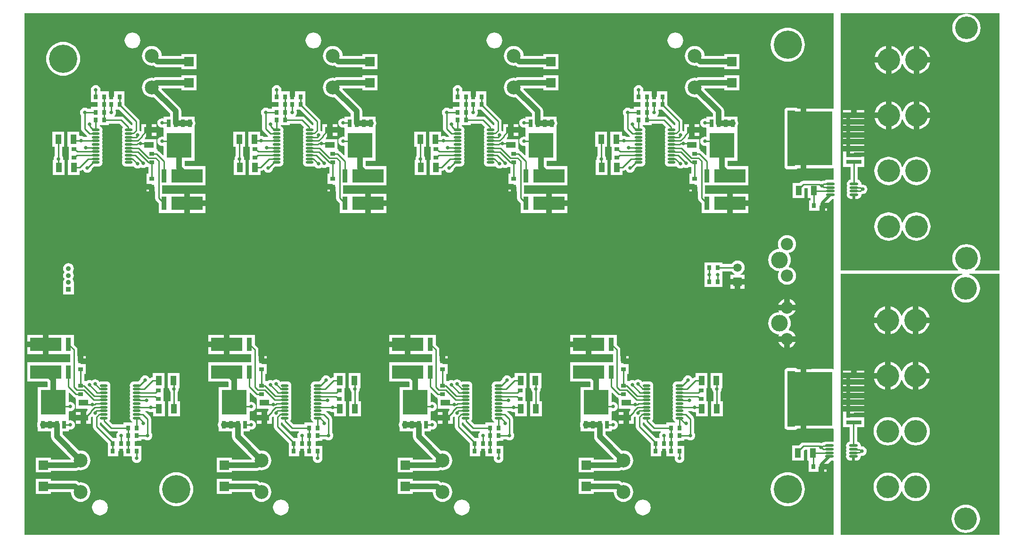
<source format=gtl>
G04 Layer_Physical_Order=1*
G04 Layer_Color=255*
%FSLAX25Y25*%
%MOIN*%
G70*
G01*
G75*
%ADD10R,0.02795X0.05402*%
%ADD11R,0.17795X0.17480*%
%ADD12R,0.04331X0.06693*%
%ADD13R,0.06693X0.04331*%
%ADD14R,0.06575X0.06516*%
%ADD15R,0.02756X0.03543*%
%ADD16R,0.03543X0.02756*%
%ADD17R,0.14000X0.38200*%
%ADD18R,0.11024X0.03150*%
%ADD19R,0.22047X0.09606*%
%ADD20R,0.03504X0.09606*%
%ADD21O,0.06299X0.01772*%
%ADD22O,0.05512X0.01772*%
%ADD23C,0.01000*%
%ADD24C,0.02000*%
%ADD25C,0.04000*%
%ADD26R,0.14567X0.38189*%
%ADD27R,0.05512X0.39764*%
%ADD28R,0.03150X0.31496*%
%ADD29C,0.03543*%
%ADD30R,0.03543X0.03543*%
%ADD31C,0.09842*%
%ADD32C,0.16000*%
%ADD33C,0.05905*%
%ADD34R,0.05905X0.05905*%
%ADD35C,0.20000*%
%ADD36C,0.08661*%
%ADD37C,0.11811*%
%ADD38C,0.02600*%
G36*
X917451Y290000D02*
X900041D01*
X899862Y290500D01*
X901038Y291465D01*
X902288Y292988D01*
X903217Y294725D01*
X903788Y296610D01*
X903981Y298571D01*
X903788Y300531D01*
X903217Y302416D01*
X902288Y304153D01*
X901038Y305676D01*
X899516Y306926D01*
X897778Y307854D01*
X895893Y308426D01*
X893933Y308619D01*
X891973Y308426D01*
X890088Y307854D01*
X888350Y306926D01*
X886828Y305676D01*
X885578Y304153D01*
X884650Y302416D01*
X884078Y300531D01*
X883885Y298571D01*
X884078Y296610D01*
X884650Y294725D01*
X885578Y292988D01*
X886828Y291465D01*
X888004Y290500D01*
X887825Y290000D01*
X805000D01*
Y472451D01*
X917451D01*
Y290000D01*
D02*
G37*
G36*
X800000Y404764D02*
X799500Y404497D01*
X798815Y404634D01*
X784248D01*
X784079Y404600D01*
X780539D01*
Y383500D01*
Y362400D01*
X784079D01*
X784248Y362366D01*
X798815D01*
X799500Y362503D01*
X800000Y362236D01*
Y354425D01*
X799799Y354249D01*
X795272D01*
X794518Y354150D01*
X793816Y353859D01*
X793661Y353740D01*
X793124D01*
X792148Y353546D01*
X791770Y353293D01*
X791500Y353328D01*
X791151Y353282D01*
X791043Y353355D01*
X790067Y353549D01*
X778504D01*
X777528Y353355D01*
X776701Y352802D01*
X775746Y351847D01*
X771020D01*
Y341154D01*
X779350D01*
Y348242D01*
X779560Y348451D01*
X781650D01*
Y341154D01*
X783498D01*
Y339772D01*
X782669D01*
Y332228D01*
X789953D01*
Y336000D01*
X791953D01*
Y338000D01*
X796153D01*
X798904Y340751D01*
X799799D01*
X800000Y340575D01*
Y220264D01*
X799500Y219997D01*
X798815Y220134D01*
X784248D01*
X784079Y220100D01*
X780539D01*
Y199000D01*
Y177900D01*
X784079D01*
X784248Y177866D01*
X798815D01*
X799500Y178003D01*
X800000Y177736D01*
Y169036D01*
X799624Y168707D01*
X799299Y168749D01*
X794772D01*
X794018Y168650D01*
X793316Y168359D01*
X793161Y168240D01*
X792624D01*
X791648Y168046D01*
X791270Y167793D01*
X791000Y167829D01*
X790651Y167782D01*
X790543Y167855D01*
X789567Y168049D01*
X778504D01*
X777528Y167855D01*
X776701Y167302D01*
X775246Y165847D01*
X770520D01*
Y155154D01*
X778850D01*
Y162242D01*
X779560Y162951D01*
X781150D01*
Y155154D01*
X781884D01*
X782169Y154772D01*
Y147228D01*
X789453D01*
Y151000D01*
X791453D01*
Y153000D01*
X796153D01*
X798404Y155251D01*
X799299D01*
X799624Y155294D01*
X800000Y154964D01*
Y102549D01*
X227549D01*
Y472451D01*
X800000D01*
Y404764D01*
D02*
G37*
G36*
X917451Y102549D02*
X805000D01*
Y287500D01*
X890889D01*
X890963Y287000D01*
X889588Y286583D01*
X887850Y285654D01*
X886328Y284404D01*
X885078Y282882D01*
X884150Y281144D01*
X883578Y279259D01*
X883385Y277299D01*
X883578Y275339D01*
X884150Y273454D01*
X885078Y271717D01*
X886328Y270194D01*
X887850Y268944D01*
X889588Y268016D01*
X891473Y267444D01*
X893433Y267251D01*
X895393Y267444D01*
X897278Y268016D01*
X899016Y268944D01*
X900538Y270194D01*
X901788Y271717D01*
X902717Y273454D01*
X903288Y275339D01*
X903481Y277299D01*
X903288Y279259D01*
X902717Y281144D01*
X901788Y282882D01*
X900538Y284404D01*
X899016Y285654D01*
X897278Y286583D01*
X895903Y287000D01*
X895977Y287500D01*
X917451D01*
Y102549D01*
D02*
G37*
%LPC*%
G36*
X812167Y403610D02*
X806656D01*
Y402035D01*
X812167D01*
Y403610D01*
D02*
G37*
G36*
X821679D02*
X816167D01*
Y402035D01*
X821679D01*
Y403610D01*
D02*
G37*
G36*
X836815Y409713D02*
X834970Y409154D01*
X833232Y408225D01*
X831710Y406975D01*
X830460Y405453D01*
X829531Y403716D01*
X828972Y401870D01*
X836815D01*
Y409713D01*
D02*
G37*
G36*
X860500D02*
Y401870D01*
X868343D01*
X867784Y403716D01*
X866855Y405453D01*
X865605Y406975D01*
X864083Y408225D01*
X862345Y409154D01*
X860500Y409713D01*
D02*
G37*
G36*
X868343Y397870D02*
X860500D01*
Y390027D01*
X862345Y390587D01*
X864083Y391515D01*
X865605Y392765D01*
X866855Y394287D01*
X867784Y396025D01*
X868343Y397870D01*
D02*
G37*
G36*
X840815Y409713D02*
Y399870D01*
Y390027D01*
X842660Y390587D01*
X844398Y391515D01*
X845920Y392765D01*
X847170Y394287D01*
X848098Y396025D01*
X848407Y397043D01*
X848907D01*
X849216Y396025D01*
X850145Y394287D01*
X851395Y392765D01*
X852917Y391515D01*
X854655Y390587D01*
X856500Y390027D01*
Y399870D01*
Y409713D01*
X854655Y409154D01*
X852917Y408225D01*
X851395Y406975D01*
X850145Y405453D01*
X849216Y403716D01*
X848907Y402697D01*
X848407D01*
X848098Y403716D01*
X847170Y405453D01*
X845920Y406975D01*
X844398Y408225D01*
X842660Y409154D01*
X840815Y409713D01*
D02*
G37*
G36*
X821679Y393311D02*
X814167D01*
X806656D01*
Y392587D01*
X814167D01*
X821679D01*
Y393311D01*
D02*
G37*
G36*
X814167Y400035D02*
D01*
Y398035D01*
X806656D01*
Y397311D01*
X814167D01*
X821679D01*
Y398035D01*
X814167D01*
Y400035D01*
D02*
G37*
G36*
X860500Y449083D02*
Y441240D01*
X868343D01*
X867784Y443085D01*
X866855Y444823D01*
X865605Y446345D01*
X864083Y447595D01*
X862345Y448524D01*
X860500Y449083D01*
D02*
G37*
G36*
X836815D02*
X834970Y448524D01*
X833232Y447595D01*
X831710Y446345D01*
X830460Y444823D01*
X829531Y443085D01*
X828972Y441240D01*
X836815D01*
Y449083D01*
D02*
G37*
G36*
X893933Y471848D02*
X891973Y471655D01*
X890088Y471083D01*
X888350Y470154D01*
X886828Y468904D01*
X885578Y467382D01*
X884650Y465645D01*
X884078Y463760D01*
X883885Y461799D01*
X884078Y459839D01*
X884650Y457954D01*
X885578Y456217D01*
X886828Y454694D01*
X888350Y453444D01*
X890088Y452516D01*
X891973Y451944D01*
X893933Y451751D01*
X895893Y451944D01*
X897778Y452516D01*
X899516Y453444D01*
X901038Y454694D01*
X902288Y456217D01*
X903217Y457954D01*
X903788Y459839D01*
X903981Y461799D01*
X903788Y463760D01*
X903217Y465645D01*
X902288Y467382D01*
X901038Y468904D01*
X899516Y470154D01*
X897778Y471083D01*
X895893Y471655D01*
X893933Y471848D01*
D02*
G37*
G36*
X868343Y437240D02*
X860500D01*
Y429397D01*
X862345Y429957D01*
X864083Y430885D01*
X865605Y432135D01*
X866855Y433658D01*
X867784Y435395D01*
X868343Y437240D01*
D02*
G37*
G36*
X840815Y449083D02*
Y439240D01*
Y429397D01*
X842660Y429957D01*
X844398Y430885D01*
X845920Y432135D01*
X847170Y433658D01*
X848098Y435395D01*
X848407Y436413D01*
X848907D01*
X849216Y435395D01*
X850145Y433658D01*
X851395Y432135D01*
X852917Y430885D01*
X854655Y429957D01*
X856500Y429397D01*
Y439240D01*
Y449083D01*
X854655Y448524D01*
X852917Y447595D01*
X851395Y446345D01*
X850145Y444823D01*
X849216Y443085D01*
X848907Y442067D01*
X848407D01*
X848098Y443085D01*
X847170Y444823D01*
X845920Y446345D01*
X844398Y447595D01*
X842660Y448524D01*
X840815Y449083D01*
D02*
G37*
G36*
X836815Y437240D02*
X828972D01*
X829531Y435395D01*
X830460Y433658D01*
X831710Y432135D01*
X833232Y430885D01*
X834970Y429957D01*
X836815Y429397D01*
Y437240D01*
D02*
G37*
G36*
X821679Y374413D02*
X814167D01*
X806656D01*
Y372839D01*
Y368114D01*
Y363390D01*
X811916D01*
Y354212D01*
X811447Y354150D01*
X810745Y353859D01*
X810143Y353397D01*
X809680Y352794D01*
X809389Y352092D01*
X809290Y351339D01*
X809389Y350585D01*
X809607Y350059D01*
X809389Y349533D01*
X809290Y348780D01*
X809389Y348026D01*
X809607Y347500D01*
X809389Y346974D01*
X809290Y346220D01*
X809389Y345467D01*
X809607Y344941D01*
X809389Y344415D01*
X809290Y343661D01*
X809389Y342908D01*
X809680Y342206D01*
X810143Y341603D01*
X810745Y341141D01*
X811447Y340850D01*
X812201Y340751D01*
X816728D01*
X817482Y340850D01*
X818184Y341141D01*
X818787Y341603D01*
X819249Y342206D01*
X819540Y342908D01*
X819639Y343661D01*
X819601Y343952D01*
X819911Y344013D01*
X820206Y344210D01*
X820500Y344172D01*
X821362Y344285D01*
X822164Y344618D01*
X822854Y345146D01*
X823383Y345836D01*
X823715Y346638D01*
X823829Y347500D01*
X823715Y348361D01*
X823383Y349164D01*
X822854Y349854D01*
X822164Y350382D01*
X821362Y350715D01*
X820500Y350829D01*
X820206Y350790D01*
X819911Y350987D01*
X819601Y351048D01*
X819639Y351339D01*
X819540Y352092D01*
X819249Y352794D01*
X818787Y353397D01*
X818184Y353859D01*
X817482Y354150D01*
X817014Y354212D01*
Y363390D01*
X821679D01*
Y368114D01*
Y370540D01*
X814167D01*
Y373689D01*
X821679D01*
Y374413D01*
D02*
G37*
G36*
X858500Y331178D02*
X856540Y330985D01*
X854655Y330413D01*
X852917Y329485D01*
X851395Y328235D01*
X850145Y326712D01*
X849216Y324975D01*
X848907Y323957D01*
X848407D01*
X848098Y324975D01*
X847170Y326712D01*
X845920Y328235D01*
X844398Y329485D01*
X842660Y330413D01*
X840775Y330985D01*
X838815Y331178D01*
X836855Y330985D01*
X834970Y330413D01*
X833232Y329485D01*
X831710Y328235D01*
X830460Y326712D01*
X829531Y324975D01*
X828960Y323090D01*
X828767Y321130D01*
X828960Y319170D01*
X829531Y317284D01*
X830460Y315547D01*
X831710Y314025D01*
X833232Y312775D01*
X834970Y311846D01*
X836855Y311275D01*
X838815Y311082D01*
X840775Y311275D01*
X842660Y311846D01*
X844398Y312775D01*
X845920Y314025D01*
X847170Y315547D01*
X848098Y317284D01*
X848407Y318303D01*
X848907D01*
X849216Y317284D01*
X850145Y315547D01*
X851395Y314025D01*
X852917Y312775D01*
X854655Y311846D01*
X856540Y311275D01*
X858500Y311082D01*
X860460Y311275D01*
X862345Y311846D01*
X864083Y312775D01*
X865605Y314025D01*
X866855Y315547D01*
X867784Y317284D01*
X868355Y319170D01*
X868548Y321130D01*
X868355Y323090D01*
X867784Y324975D01*
X866855Y326712D01*
X865605Y328235D01*
X864083Y329485D01*
X862345Y330413D01*
X860460Y330985D01*
X858500Y331178D01*
D02*
G37*
G36*
X821679Y383862D02*
X814167D01*
X806656D01*
Y383138D01*
X814167D01*
X821679D01*
Y383862D01*
D02*
G37*
G36*
X858500Y370548D02*
X856540Y370355D01*
X854655Y369783D01*
X852917Y368855D01*
X851395Y367605D01*
X850145Y366083D01*
X849216Y364345D01*
X848907Y363327D01*
X848407D01*
X848098Y364345D01*
X847170Y366083D01*
X845920Y367605D01*
X844398Y368855D01*
X842660Y369783D01*
X840775Y370355D01*
X838815Y370548D01*
X836855Y370355D01*
X834970Y369783D01*
X833232Y368855D01*
X831710Y367605D01*
X830460Y366083D01*
X829531Y364345D01*
X828960Y362460D01*
X828767Y360500D01*
X828960Y358540D01*
X829531Y356655D01*
X830460Y354917D01*
X831710Y353395D01*
X833232Y352145D01*
X834970Y351217D01*
X836855Y350645D01*
X838815Y350452D01*
X840775Y350645D01*
X842660Y351217D01*
X844398Y352145D01*
X845920Y353395D01*
X847170Y354917D01*
X848098Y356655D01*
X848407Y357673D01*
X848907D01*
X849216Y356655D01*
X850145Y354917D01*
X851395Y353395D01*
X852917Y352145D01*
X854655Y351217D01*
X856540Y350645D01*
X858500Y350452D01*
X860460Y350645D01*
X862345Y351217D01*
X864083Y352145D01*
X865605Y353395D01*
X866855Y354917D01*
X867784Y356655D01*
X868355Y358540D01*
X868548Y360500D01*
X868355Y362460D01*
X867784Y364345D01*
X866855Y366083D01*
X865605Y367605D01*
X864083Y368855D01*
X862345Y369783D01*
X860460Y370355D01*
X858500Y370548D01*
D02*
G37*
G36*
X821679Y379138D02*
X814167D01*
X806656D01*
Y378413D01*
X814167D01*
X821679D01*
Y379138D01*
D02*
G37*
G36*
Y388587D02*
X814167D01*
X806656D01*
Y387862D01*
X814167D01*
X821679D01*
Y388587D01*
D02*
G37*
G36*
X836815Y397870D02*
X828972D01*
X829531Y396025D01*
X830460Y394287D01*
X831710Y392765D01*
X833232Y391515D01*
X834970Y390587D01*
X836815Y390027D01*
Y397870D01*
D02*
G37*
G36*
X271063Y229173D02*
X269291D01*
Y227795D01*
X271063D01*
Y229173D01*
D02*
G37*
G36*
X399063D02*
X397291D01*
Y227795D01*
X399063D01*
Y229173D01*
D02*
G37*
G36*
X527063D02*
X525291D01*
Y227795D01*
X527063D01*
Y229173D01*
D02*
G37*
G36*
X368500Y235528D02*
X357476D01*
Y230724D01*
X368500D01*
Y235528D01*
D02*
G37*
G36*
X240500D02*
X229476D01*
Y230724D01*
X240500D01*
Y235528D01*
D02*
G37*
G36*
X655063Y229173D02*
X653291D01*
Y227795D01*
X655063D01*
Y229173D01*
D02*
G37*
G36*
X496500Y235528D02*
X485476D01*
Y230724D01*
X496500D01*
Y235528D01*
D02*
G37*
G36*
X769000Y269788D02*
Y265779D01*
X773009D01*
X772877Y266214D01*
X772289Y267314D01*
X771498Y268278D01*
X770534Y269069D01*
X769434Y269657D01*
X769000Y269788D01*
D02*
G37*
G36*
X258780Y295147D02*
X257795Y295017D01*
X256877Y294637D01*
X256090Y294033D01*
X255485Y293245D01*
X255105Y292327D01*
X254975Y291342D01*
X255105Y290358D01*
X255485Y289440D01*
X255914Y288882D01*
X255485Y288323D01*
X255105Y287406D01*
X254975Y286421D01*
X255105Y285437D01*
X255485Y284519D01*
X255914Y283961D01*
X255485Y283402D01*
X255105Y282485D01*
X254975Y281500D01*
X255061Y280850D01*
X255008Y280350D01*
X255008Y280350D01*
X255008Y280350D01*
Y272807D01*
X262551D01*
Y280350D01*
X262551Y280350D01*
X262498Y280850D01*
X262584Y281500D01*
X262454Y282485D01*
X262074Y283402D01*
X261646Y283961D01*
X262074Y284519D01*
X262454Y285437D01*
X262584Y286421D01*
X262454Y287406D01*
X262074Y288323D01*
X261646Y288882D01*
X262074Y289440D01*
X262454Y290358D01*
X262584Y291342D01*
X262454Y292327D01*
X262074Y293245D01*
X261470Y294033D01*
X260682Y294637D01*
X259764Y295017D01*
X258780Y295147D01*
D02*
G37*
G36*
X765000Y269788D02*
X764566Y269657D01*
X763466Y269069D01*
X762502Y268278D01*
X761711Y267314D01*
X761123Y266214D01*
X760991Y265779D01*
X765000D01*
Y269788D01*
D02*
G37*
G36*
X773009Y239339D02*
X769000D01*
Y235330D01*
X769434Y235461D01*
X770534Y236049D01*
X771498Y236840D01*
X772289Y237804D01*
X772877Y238904D01*
X773009Y239339D01*
D02*
G37*
G36*
X240500Y244331D02*
X229476D01*
Y239528D01*
X240500D01*
Y244331D01*
D02*
G37*
G36*
X624500Y235528D02*
X613476D01*
Y230724D01*
X624500D01*
Y235528D01*
D02*
G37*
G36*
X765000Y239339D02*
X760991D01*
X761123Y238904D01*
X761711Y237804D01*
X762502Y236840D01*
X763466Y236049D01*
X764566Y235461D01*
X765000Y235330D01*
Y239339D01*
D02*
G37*
G36*
X624500Y244331D02*
X613476D01*
Y239528D01*
X624500D01*
Y244331D01*
D02*
G37*
G36*
X773009Y261779D02*
X767000D01*
X760991D01*
X761123Y261345D01*
X761369Y260886D01*
X761133Y260445D01*
X760175Y260350D01*
X758684Y259898D01*
X757311Y259164D01*
X756107Y258176D01*
X755119Y256972D01*
X754385Y255599D01*
X753933Y254109D01*
X753781Y252559D01*
X753933Y251009D01*
X754385Y249519D01*
X755119Y248146D01*
X756107Y246942D01*
X757311Y245954D01*
X758684Y245220D01*
X760175Y244768D01*
X761133Y244674D01*
X761369Y244233D01*
X761123Y243773D01*
X760991Y243339D01*
X767000D01*
X773009D01*
X772877Y243773D01*
X772289Y244873D01*
X771498Y245837D01*
X770534Y246628D01*
X769434Y247216D01*
X768456Y247512D01*
X768244Y248042D01*
X768329Y248146D01*
X769064Y249519D01*
X769516Y251009D01*
X769668Y252559D01*
X769516Y254109D01*
X769064Y255599D01*
X768329Y256972D01*
X768244Y257076D01*
X768456Y257606D01*
X769434Y257902D01*
X770534Y258490D01*
X771498Y259281D01*
X772289Y260245D01*
X772877Y261345D01*
X773009Y261779D01*
D02*
G37*
G36*
X368500Y244331D02*
X357476D01*
Y239528D01*
X368500D01*
Y244331D01*
D02*
G37*
G36*
X496500D02*
X485476D01*
Y239528D01*
X496500D01*
Y244331D01*
D02*
G37*
G36*
X794831Y149000D02*
X793453D01*
Y147228D01*
X794831D01*
Y149000D01*
D02*
G37*
G36*
X502287Y142258D02*
X491713D01*
Y131742D01*
X502287D01*
Y132966D01*
X516311D01*
X516337Y132937D01*
X516470Y131580D01*
X516866Y130275D01*
X517509Y129073D01*
X518374Y128019D01*
X519427Y127154D01*
X520630Y126512D01*
X521935Y126116D01*
X523291Y125982D01*
X524648Y126116D01*
X525953Y126512D01*
X527155Y127154D01*
X528209Y128019D01*
X529074Y129073D01*
X529717Y130275D01*
X530112Y131580D01*
X530246Y132937D01*
X530112Y134294D01*
X529717Y135599D01*
X529074Y136801D01*
X528209Y137855D01*
X527155Y138720D01*
X525953Y139362D01*
X524648Y139758D01*
X523291Y139892D01*
X522154Y139780D01*
X522081Y139853D01*
X521246Y140494D01*
X520272Y140897D01*
X519228Y141034D01*
X519228Y141034D01*
X502287D01*
Y142258D01*
D02*
G37*
G36*
X630287D02*
X619713D01*
Y131742D01*
X630287D01*
Y132966D01*
X644311D01*
X644337Y132937D01*
X644470Y131580D01*
X644866Y130275D01*
X645509Y129073D01*
X646374Y128019D01*
X647428Y127154D01*
X648630Y126512D01*
X649934Y126116D01*
X651291Y125982D01*
X652648Y126116D01*
X653953Y126512D01*
X655155Y127154D01*
X656209Y128019D01*
X657074Y129073D01*
X657717Y130275D01*
X658112Y131580D01*
X658246Y132937D01*
X658112Y134294D01*
X657717Y135599D01*
X657074Y136801D01*
X656209Y137855D01*
X655155Y138720D01*
X653953Y139362D01*
X652648Y139758D01*
X651291Y139892D01*
X650154Y139780D01*
X650081Y139853D01*
X649246Y140494D01*
X648273Y140897D01*
X647228Y141034D01*
X647228Y141034D01*
X630287D01*
Y142258D01*
D02*
G37*
G36*
X267291Y183528D02*
X263945D01*
Y181362D01*
X267291D01*
Y183528D01*
D02*
G37*
G36*
X772831Y220921D02*
X767319D01*
X766538Y220766D01*
X765877Y220324D01*
X765435Y219662D01*
X765280Y218882D01*
Y179118D01*
X765435Y178338D01*
X765877Y177676D01*
X766538Y177234D01*
X767319Y177079D01*
X772831D01*
X773611Y177234D01*
X774273Y177676D01*
X774422Y177900D01*
X776539D01*
Y199000D01*
Y220100D01*
X774422D01*
X774273Y220324D01*
X773611Y220766D01*
X772831Y220921D01*
D02*
G37*
G36*
X374287Y142258D02*
X363713D01*
Y131742D01*
X374287D01*
Y132966D01*
X388311D01*
X388337Y132937D01*
X388470Y131580D01*
X388866Y130275D01*
X389509Y129073D01*
X390374Y128019D01*
X391427Y127154D01*
X392630Y126512D01*
X393934Y126116D01*
X395291Y125982D01*
X396648Y126116D01*
X397953Y126512D01*
X399155Y127154D01*
X400209Y128019D01*
X401074Y129073D01*
X401717Y130275D01*
X402112Y131580D01*
X402246Y132937D01*
X402112Y134294D01*
X401717Y135599D01*
X401074Y136801D01*
X400209Y137855D01*
X399155Y138720D01*
X397953Y139362D01*
X396648Y139758D01*
X395291Y139892D01*
X394154Y139780D01*
X394081Y139853D01*
X393246Y140494D01*
X392272Y140897D01*
X391228Y141034D01*
X391228Y141034D01*
X374287D01*
Y142258D01*
D02*
G37*
G36*
X408992Y127623D02*
X407545Y127432D01*
X406197Y126874D01*
X405039Y125985D01*
X404150Y124827D01*
X403591Y123479D01*
X403401Y122031D01*
X403591Y120584D01*
X404150Y119236D01*
X405039Y118078D01*
X406197Y117189D01*
X407545Y116631D01*
X408992Y116440D01*
X410439Y116631D01*
X411788Y117189D01*
X412946Y118078D01*
X413834Y119236D01*
X414393Y120584D01*
X414583Y122031D01*
X414393Y123479D01*
X413834Y124827D01*
X412946Y125985D01*
X411788Y126874D01*
X410439Y127432D01*
X408992Y127623D01*
D02*
G37*
G36*
X536992D02*
X535545Y127432D01*
X534197Y126874D01*
X533039Y125985D01*
X532150Y124827D01*
X531592Y123479D01*
X531401Y122031D01*
X531592Y120584D01*
X532150Y119236D01*
X533039Y118078D01*
X534197Y117189D01*
X535545Y116631D01*
X536992Y116440D01*
X538439Y116631D01*
X539788Y117189D01*
X540946Y118078D01*
X541834Y119236D01*
X542393Y120584D01*
X542583Y122031D01*
X542393Y123479D01*
X541834Y124827D01*
X540946Y125985D01*
X539788Y126874D01*
X538439Y127432D01*
X536992Y127623D01*
D02*
G37*
G36*
X280992D02*
X279545Y127432D01*
X278197Y126874D01*
X277039Y125985D01*
X276150Y124827D01*
X275591Y123479D01*
X275401Y122031D01*
X275591Y120584D01*
X276150Y119236D01*
X277039Y118078D01*
X278197Y117189D01*
X279545Y116631D01*
X280992Y116440D01*
X282439Y116631D01*
X283788Y117189D01*
X284946Y118078D01*
X285834Y119236D01*
X286393Y120584D01*
X286583Y122031D01*
X286393Y123479D01*
X285834Y124827D01*
X284946Y125985D01*
X283788Y126874D01*
X282439Y127432D01*
X280992Y127623D01*
D02*
G37*
G36*
X767500Y147037D02*
X765617Y146889D01*
X763780Y146448D01*
X762035Y145725D01*
X760425Y144738D01*
X758989Y143511D01*
X757762Y142075D01*
X756775Y140465D01*
X756052Y138720D01*
X755611Y136883D01*
X755463Y135000D01*
X755611Y133117D01*
X756052Y131280D01*
X756775Y129535D01*
X757762Y127925D01*
X758989Y126488D01*
X760425Y125262D01*
X762035Y124275D01*
X763780Y123552D01*
X765617Y123111D01*
X767500Y122963D01*
X769383Y123111D01*
X771220Y123552D01*
X772965Y124275D01*
X774575Y125262D01*
X776012Y126488D01*
X777238Y127925D01*
X778225Y129535D01*
X778948Y131280D01*
X779389Y133117D01*
X779537Y135000D01*
X779389Y136883D01*
X778948Y138720D01*
X778225Y140465D01*
X777238Y142075D01*
X776012Y143511D01*
X774575Y144738D01*
X772965Y145725D01*
X771220Y146448D01*
X769383Y146889D01*
X767500Y147037D01*
D02*
G37*
G36*
X246287Y142258D02*
X235713D01*
Y131742D01*
X246287D01*
Y132966D01*
X260311D01*
X260337Y132937D01*
X260470Y131580D01*
X260866Y130275D01*
X261509Y129073D01*
X262374Y128019D01*
X263427Y127154D01*
X264630Y126512D01*
X265934Y126116D01*
X267291Y125982D01*
X268648Y126116D01*
X269953Y126512D01*
X271155Y127154D01*
X272209Y128019D01*
X273074Y129073D01*
X273717Y130275D01*
X274112Y131580D01*
X274246Y132937D01*
X274112Y134294D01*
X273717Y135599D01*
X273074Y136801D01*
X272209Y137855D01*
X271155Y138720D01*
X269953Y139362D01*
X268648Y139758D01*
X267291Y139892D01*
X266154Y139780D01*
X266081Y139853D01*
X265246Y140494D01*
X264272Y140897D01*
X263228Y141034D01*
X263228Y141034D01*
X246287D01*
Y142258D01*
D02*
G37*
G36*
X664992Y127623D02*
X663545Y127432D01*
X662197Y126874D01*
X661039Y125985D01*
X660150Y124827D01*
X659591Y123479D01*
X659401Y122031D01*
X659591Y120584D01*
X660150Y119236D01*
X661039Y118078D01*
X662197Y117189D01*
X663545Y116631D01*
X664992Y116440D01*
X666439Y116631D01*
X667788Y117189D01*
X668946Y118078D01*
X669834Y119236D01*
X670393Y120584D01*
X670583Y122031D01*
X670393Y123479D01*
X669834Y124827D01*
X668946Y125985D01*
X667788Y126874D01*
X666439Y127432D01*
X664992Y127623D01*
D02*
G37*
G36*
X335000Y147037D02*
X333117Y146889D01*
X331280Y146448D01*
X329535Y145725D01*
X327925Y144738D01*
X326488Y143511D01*
X325262Y142075D01*
X324275Y140465D01*
X323552Y138720D01*
X323111Y136883D01*
X322963Y135000D01*
X323111Y133117D01*
X323552Y131280D01*
X324275Y129535D01*
X325262Y127925D01*
X326488Y126488D01*
X327925Y125262D01*
X329535Y124275D01*
X331280Y123552D01*
X333117Y123111D01*
X335000Y122963D01*
X336883Y123111D01*
X338720Y123552D01*
X340465Y124275D01*
X342075Y125262D01*
X343512Y126488D01*
X344738Y127925D01*
X345725Y129535D01*
X346448Y131280D01*
X346889Y133117D01*
X347037Y135000D01*
X346889Y136883D01*
X346448Y138720D01*
X345725Y140465D01*
X344738Y142075D01*
X343512Y143511D01*
X342075Y144738D01*
X340465Y145725D01*
X338720Y146448D01*
X336883Y146889D01*
X335000Y147037D01*
D02*
G37*
G36*
X267291Y189693D02*
X263945D01*
Y187528D01*
X267291D01*
Y189693D01*
D02*
G37*
G36*
X395291D02*
X391945D01*
Y187528D01*
X395291D01*
Y189693D01*
D02*
G37*
G36*
X646531Y244331D02*
X628500D01*
Y237528D01*
Y230724D01*
X643951D01*
Y224803D01*
X613476D01*
Y211197D01*
X627598D01*
X627965Y210829D01*
Y207240D01*
X621102D01*
Y185929D01*
X621102Y185429D01*
X621102Y185260D01*
Y182871D01*
X621006Y182746D01*
X620603Y181773D01*
X620466Y180728D01*
X620603Y179684D01*
X621006Y178711D01*
X621102Y178586D01*
Y176028D01*
X630466D01*
Y172169D01*
X630466Y172169D01*
X630603Y171125D01*
X631006Y170152D01*
X631647Y169316D01*
X644350Y156613D01*
X644211Y156113D01*
X630287D01*
Y157337D01*
X619713D01*
Y146821D01*
X630287D01*
Y148044D01*
X647992D01*
X647992Y148044D01*
X649036Y148182D01*
X649940Y148556D01*
X651291Y148423D01*
X652648Y148557D01*
X653953Y148953D01*
X655155Y149595D01*
X656209Y150460D01*
X657074Y151514D01*
X657717Y152717D01*
X658112Y154021D01*
X658246Y155378D01*
X658112Y156735D01*
X657717Y158039D01*
X657074Y159242D01*
X656209Y160296D01*
X655155Y161161D01*
X653953Y161803D01*
X652648Y162199D01*
X651291Y162333D01*
X650154Y162221D01*
X638534Y173840D01*
Y176028D01*
X642898D01*
Y176891D01*
X643398Y177251D01*
X644000Y177172D01*
X644862Y177285D01*
X645664Y177618D01*
X646354Y178146D01*
X646882Y178836D01*
X647215Y179639D01*
X647329Y180500D01*
X647215Y181361D01*
X646882Y182164D01*
X646354Y182854D01*
X645664Y183382D01*
X644862Y183715D01*
X644000Y183828D01*
X643398Y183749D01*
X642898Y184109D01*
X642898Y185760D01*
X642898Y185929D01*
Y189891D01*
X643398Y190251D01*
X644000Y190172D01*
X644862Y190285D01*
X645664Y190618D01*
X646354Y191146D01*
X646882Y191836D01*
X647215Y192639D01*
X647329Y193500D01*
X647215Y194361D01*
X646882Y195164D01*
X646354Y195854D01*
X645664Y196382D01*
X644862Y196715D01*
X644000Y196828D01*
X643398Y196749D01*
X642898Y197109D01*
Y203266D01*
X643360Y203457D01*
X646229Y200587D01*
X647056Y200035D01*
X647520Y199943D01*
Y199012D01*
X647945D01*
Y191992D01*
X656087D01*
X656323Y191551D01*
X656133Y191268D01*
X656015Y190675D01*
X655291Y189951D01*
Y185528D01*
Y181362D01*
X658638D01*
Y186088D01*
X659189Y186639D01*
X659836Y186143D01*
X659969Y186088D01*
X659951Y186000D01*
Y179362D01*
X660145Y178387D01*
X660698Y177560D01*
X670669Y167588D01*
Y163650D01*
Y158150D01*
X677953D01*
Y161921D01*
X681622D01*
Y158150D01*
X681622D01*
Y158150D01*
X687463D01*
X687767Y157650D01*
X687672Y156921D01*
X687785Y156060D01*
X688118Y155257D01*
X688646Y154568D01*
X689336Y154039D01*
X690138Y153706D01*
X691000Y153593D01*
X691861Y153706D01*
X692664Y154039D01*
X693354Y154568D01*
X693883Y155257D01*
X694215Y156060D01*
X694328Y156921D01*
X694233Y157650D01*
X694283Y158150D01*
X694283Y158150D01*
X694283Y158150D01*
Y163650D01*
Y165693D01*
X690906D01*
Y169149D01*
X694283D01*
Y169150D01*
Y170372D01*
X696712D01*
X697044Y170117D01*
X697847Y169785D01*
X698709Y169671D01*
X699570Y169785D01*
X700373Y170117D01*
X701062Y170646D01*
X701591Y171336D01*
X701924Y172139D01*
X702037Y173000D01*
X701924Y173862D01*
X701591Y174664D01*
X701258Y175099D01*
Y184713D01*
X701064Y185688D01*
X700511Y186515D01*
X697243Y189783D01*
X697109Y189872D01*
X697261Y190372D01*
X699504D01*
X699836Y190118D01*
X700638Y189785D01*
X701500Y189672D01*
X702126Y189754D01*
X702626Y189404D01*
Y186591D01*
X710957D01*
Y197283D01*
X710063D01*
Y201512D01*
Y206591D01*
X710642D01*
Y217283D01*
X702311D01*
Y214464D01*
X701446Y214292D01*
X700619Y213739D01*
X700515Y213636D01*
X699926Y213753D01*
X699788Y214086D01*
X699259Y214775D01*
X698570Y215304D01*
X697767Y215636D01*
X696906Y215750D01*
X696044Y215636D01*
X695241Y215304D01*
X694552Y214775D01*
X694023Y214086D01*
X693690Y213283D01*
X693631Y212832D01*
X692162Y211364D01*
X689035D01*
X688282Y211264D01*
X687580Y210974D01*
X686977Y210511D01*
X686515Y209908D01*
X686224Y209206D01*
X686125Y208453D01*
X686224Y207699D01*
X686442Y207173D01*
X686224Y206647D01*
X686125Y205894D01*
X686224Y205140D01*
X686442Y204614D01*
X686224Y204088D01*
X686125Y203335D01*
X686224Y202581D01*
X686442Y202055D01*
X686224Y201529D01*
X686125Y200776D01*
X686224Y200022D01*
X686442Y199496D01*
X686224Y198970D01*
X686125Y198216D01*
X686224Y197463D01*
X686442Y196937D01*
X686224Y196411D01*
X686125Y195658D01*
X686224Y194904D01*
X686442Y194378D01*
X686224Y193852D01*
X686125Y193098D01*
X686224Y192345D01*
X686442Y191819D01*
X686224Y191293D01*
X686125Y190539D01*
X686224Y189786D01*
X686442Y189260D01*
X686224Y188734D01*
X686125Y187980D01*
X686224Y187227D01*
X686442Y186701D01*
X686224Y186175D01*
X686125Y185421D01*
X686224Y184668D01*
X686515Y183966D01*
X686977Y183363D01*
X687580Y182901D01*
X688081Y182693D01*
X687982Y182193D01*
X681622D01*
Y180970D01*
X674056D01*
X671630Y183396D01*
X672068Y183966D01*
X672359Y184668D01*
X672458Y185421D01*
X672359Y186175D01*
X672141Y186701D01*
X672359Y187227D01*
X672458Y187980D01*
X672359Y188734D01*
X672141Y189260D01*
X672359Y189786D01*
X672458Y190539D01*
X672359Y191293D01*
X672141Y191819D01*
X672359Y192345D01*
X672458Y193098D01*
X672359Y193852D01*
X672141Y194378D01*
X672359Y194904D01*
X672458Y195658D01*
X672359Y196411D01*
X672141Y196937D01*
X672359Y197463D01*
X672458Y198216D01*
X672359Y198970D01*
X672141Y199496D01*
X672359Y200022D01*
X672458Y200776D01*
X672359Y201529D01*
X672141Y202055D01*
X672359Y202581D01*
X672458Y203335D01*
X672359Y204088D01*
X672141Y204614D01*
X672359Y205140D01*
X672458Y205894D01*
X672359Y206647D01*
X672141Y207173D01*
X672359Y207699D01*
X672458Y208453D01*
X672359Y209206D01*
X672068Y209908D01*
X671605Y210511D01*
X671003Y210974D01*
X670301Y211264D01*
X669547Y211364D01*
X665807D01*
X665054Y211264D01*
X664597Y211075D01*
X664383Y211164D01*
X663854Y211854D01*
X663164Y212383D01*
X662361Y212715D01*
X661500Y212828D01*
X660639Y212715D01*
X659836Y212383D01*
X659174Y211875D01*
X659164Y211882D01*
X658361Y212215D01*
X657500Y212329D01*
X656638Y212215D01*
X655836Y211882D01*
X655563Y211673D01*
X655063D01*
X655063Y211673D01*
X655063Y211673D01*
X653840D01*
Y216512D01*
X655063D01*
Y222417D01*
Y223795D01*
X651291D01*
Y225795D01*
X649291D01*
Y229173D01*
X649049D01*
Y233807D01*
X648855Y234783D01*
X648302Y235610D01*
X646531Y237380D01*
Y244331D01*
D02*
G37*
G36*
X721272Y217283D02*
X712941D01*
Y206591D01*
X713786D01*
X714116Y206215D01*
X714077Y205921D01*
X714190Y205060D01*
X714523Y204257D01*
X714856Y203822D01*
Y197283D01*
X713256D01*
Y186591D01*
X721587D01*
Y197283D01*
X719954D01*
Y203822D01*
X720288Y204257D01*
X720621Y205060D01*
X720734Y205921D01*
X720695Y206215D01*
X721025Y206591D01*
X721272D01*
Y217283D01*
D02*
G37*
G36*
X523291Y189693D02*
X519945D01*
Y187528D01*
X523291D01*
Y189693D01*
D02*
G37*
G36*
X651291D02*
X647945D01*
Y187528D01*
X651291D01*
Y189693D01*
D02*
G37*
G36*
X593272Y217283D02*
X584941D01*
Y206591D01*
X585786D01*
X586116Y206215D01*
X586077Y205921D01*
X586190Y205060D01*
X586523Y204257D01*
X586857Y203822D01*
Y197283D01*
X585256D01*
Y186591D01*
X593587D01*
Y197283D01*
X591955D01*
Y203822D01*
X592288Y204257D01*
X592621Y205060D01*
X592734Y205921D01*
X592695Y206215D01*
X593025Y206591D01*
X593272D01*
Y217283D01*
D02*
G37*
G36*
X651291Y183528D02*
X647945D01*
Y181362D01*
X651291D01*
Y183528D01*
D02*
G37*
G36*
X262531Y244331D02*
X244500D01*
Y237528D01*
Y230724D01*
X259951D01*
Y224803D01*
X229476D01*
Y211197D01*
X243598D01*
X243966Y210829D01*
Y207240D01*
X237102D01*
Y185929D01*
X237102Y185429D01*
X237102Y185260D01*
Y182871D01*
X237006Y182746D01*
X236603Y181773D01*
X236466Y180728D01*
X236603Y179684D01*
X237006Y178711D01*
X237102Y178586D01*
Y176028D01*
X246465D01*
Y172169D01*
X246465Y172169D01*
X246603Y171125D01*
X247006Y170152D01*
X247647Y169316D01*
X260350Y156613D01*
X260211Y156113D01*
X246287D01*
Y157337D01*
X235713D01*
Y146821D01*
X246287D01*
Y148044D01*
X263992D01*
X263992Y148044D01*
X265036Y148182D01*
X265940Y148556D01*
X267291Y148423D01*
X268648Y148557D01*
X269953Y148953D01*
X271155Y149595D01*
X272209Y150460D01*
X273074Y151514D01*
X273717Y152717D01*
X274112Y154021D01*
X274246Y155378D01*
X274112Y156735D01*
X273717Y158039D01*
X273074Y159242D01*
X272209Y160296D01*
X271155Y161161D01*
X269953Y161803D01*
X268648Y162199D01*
X267291Y162333D01*
X266154Y162221D01*
X254535Y173840D01*
Y176028D01*
X258898D01*
Y176891D01*
X259398Y177251D01*
X260000Y177172D01*
X260861Y177285D01*
X261664Y177618D01*
X262354Y178146D01*
X262882Y178836D01*
X263215Y179639D01*
X263329Y180500D01*
X263215Y181361D01*
X262882Y182164D01*
X262354Y182854D01*
X261664Y183382D01*
X260861Y183715D01*
X260000Y183828D01*
X259398Y183749D01*
X258898Y184109D01*
X258898Y185760D01*
X258898Y185929D01*
Y189891D01*
X259398Y190251D01*
X260000Y190172D01*
X260861Y190285D01*
X261664Y190618D01*
X262354Y191146D01*
X262882Y191836D01*
X263215Y192639D01*
X263329Y193500D01*
X263215Y194361D01*
X262882Y195164D01*
X262354Y195854D01*
X261664Y196382D01*
X260861Y196715D01*
X260000Y196828D01*
X259398Y196749D01*
X258898Y197109D01*
Y203266D01*
X259360Y203457D01*
X262229Y200587D01*
X263056Y200035D01*
X263520Y199943D01*
Y199012D01*
X263945D01*
Y191992D01*
X272087D01*
X272323Y191551D01*
X272133Y191268D01*
X272016Y190675D01*
X271291Y189951D01*
Y185528D01*
Y181362D01*
X274638D01*
Y186088D01*
X275189Y186639D01*
X275836Y186143D01*
X275969Y186088D01*
X275951Y186000D01*
Y179362D01*
X276145Y178387D01*
X276698Y177560D01*
X286669Y167588D01*
Y163650D01*
Y158150D01*
X293953D01*
Y161921D01*
X297622D01*
Y158150D01*
X297622D01*
Y158150D01*
X303463D01*
X303767Y157650D01*
X303672Y156921D01*
X303785Y156060D01*
X304117Y155257D01*
X304646Y154568D01*
X305336Y154039D01*
X306138Y153706D01*
X307000Y153593D01*
X307861Y153706D01*
X308664Y154039D01*
X309354Y154568D01*
X309882Y155257D01*
X310215Y156060D01*
X310329Y156921D01*
X310233Y157650D01*
X310283Y158150D01*
X310283Y158150D01*
X310283Y158150D01*
Y163650D01*
Y165693D01*
X306906D01*
Y169149D01*
X310283D01*
Y169150D01*
Y170372D01*
X312712D01*
X313044Y170117D01*
X313847Y169785D01*
X314709Y169671D01*
X315570Y169785D01*
X316373Y170117D01*
X317062Y170646D01*
X317591Y171336D01*
X317924Y172139D01*
X318037Y173000D01*
X317924Y173862D01*
X317591Y174664D01*
X317258Y175099D01*
Y184713D01*
X317064Y185688D01*
X316511Y186515D01*
X313243Y189783D01*
X313109Y189872D01*
X313261Y190372D01*
X315004D01*
X315336Y190118D01*
X316139Y189785D01*
X317000Y189672D01*
X317862Y189785D01*
X318210Y189929D01*
X318626Y189652D01*
Y186591D01*
X326957D01*
Y197283D01*
X326063D01*
Y201512D01*
Y206591D01*
X326642D01*
Y217283D01*
X318311D01*
Y214464D01*
X317446Y214292D01*
X316619Y213739D01*
X316515Y213636D01*
X315926Y213753D01*
X315788Y214086D01*
X315259Y214775D01*
X314570Y215304D01*
X313767Y215636D01*
X312906Y215750D01*
X312044Y215636D01*
X311241Y215304D01*
X310552Y214775D01*
X310023Y214086D01*
X309690Y213283D01*
X309631Y212832D01*
X308162Y211364D01*
X305035D01*
X304282Y211264D01*
X303580Y210974D01*
X302977Y210511D01*
X302515Y209908D01*
X302224Y209206D01*
X302125Y208453D01*
X302224Y207699D01*
X302442Y207173D01*
X302224Y206647D01*
X302125Y205894D01*
X302224Y205140D01*
X302442Y204614D01*
X302224Y204088D01*
X302125Y203335D01*
X302224Y202581D01*
X302442Y202055D01*
X302224Y201529D01*
X302125Y200776D01*
X302224Y200022D01*
X302442Y199496D01*
X302224Y198970D01*
X302125Y198216D01*
X302224Y197463D01*
X302442Y196937D01*
X302224Y196411D01*
X302125Y195658D01*
X302224Y194904D01*
X302442Y194378D01*
X302224Y193852D01*
X302125Y193098D01*
X302224Y192345D01*
X302442Y191819D01*
X302224Y191293D01*
X302125Y190539D01*
X302224Y189786D01*
X302442Y189260D01*
X302224Y188734D01*
X302125Y187980D01*
X302224Y187227D01*
X302442Y186701D01*
X302224Y186175D01*
X302125Y185421D01*
X302224Y184668D01*
X302515Y183966D01*
X302977Y183363D01*
X303580Y182901D01*
X304081Y182693D01*
X303982Y182193D01*
X297622D01*
Y180970D01*
X290056D01*
X287630Y183396D01*
X288068Y183966D01*
X288359Y184668D01*
X288458Y185421D01*
X288359Y186175D01*
X288141Y186701D01*
X288359Y187227D01*
X288458Y187980D01*
X288359Y188734D01*
X288141Y189260D01*
X288359Y189786D01*
X288458Y190539D01*
X288359Y191293D01*
X288141Y191819D01*
X288359Y192345D01*
X288458Y193098D01*
X288359Y193852D01*
X288141Y194378D01*
X288359Y194904D01*
X288458Y195658D01*
X288359Y196411D01*
X288141Y196937D01*
X288359Y197463D01*
X288458Y198216D01*
X288359Y198970D01*
X288141Y199496D01*
X288359Y200022D01*
X288458Y200776D01*
X288359Y201529D01*
X288141Y202055D01*
X288359Y202581D01*
X288458Y203335D01*
X288359Y204088D01*
X288141Y204614D01*
X288359Y205140D01*
X288458Y205894D01*
X288359Y206647D01*
X288141Y207173D01*
X288359Y207699D01*
X288458Y208453D01*
X288359Y209206D01*
X288068Y209908D01*
X287605Y210511D01*
X287003Y210974D01*
X286301Y211264D01*
X285547Y211364D01*
X281807D01*
X281054Y211264D01*
X280597Y211075D01*
X280382Y211164D01*
X279854Y211854D01*
X279164Y212383D01*
X278362Y212715D01*
X277500Y212828D01*
X276639Y212715D01*
X275836Y212383D01*
X275174Y211875D01*
X275164Y211882D01*
X274361Y212215D01*
X273500Y212329D01*
X272639Y212215D01*
X271836Y211882D01*
X271563Y211673D01*
X271063D01*
X271063Y211673D01*
X271063Y211673D01*
X269840D01*
Y216512D01*
X271063D01*
Y222417D01*
Y223795D01*
X267291D01*
Y225795D01*
X265291D01*
Y229173D01*
X265049D01*
Y233807D01*
X264855Y234783D01*
X264302Y235610D01*
X262531Y237380D01*
Y244331D01*
D02*
G37*
G36*
X395291Y183528D02*
X391945D01*
Y181362D01*
X395291D01*
Y183528D01*
D02*
G37*
G36*
X523291D02*
X519945D01*
Y181362D01*
X523291D01*
Y183528D01*
D02*
G37*
G36*
X465272Y217283D02*
X456941D01*
Y206591D01*
X457786D01*
X458116Y206215D01*
X458077Y205921D01*
X458190Y205060D01*
X458523Y204257D01*
X458856Y203822D01*
Y197283D01*
X457256D01*
Y186591D01*
X465587D01*
Y197283D01*
X463954D01*
Y203822D01*
X464288Y204257D01*
X464621Y205060D01*
X464734Y205921D01*
X464695Y206215D01*
X465025Y206591D01*
X465272D01*
Y217283D01*
D02*
G37*
G36*
X518532Y244331D02*
X500500D01*
Y237528D01*
Y230724D01*
X515951D01*
Y224803D01*
X485476D01*
Y211197D01*
X499598D01*
X499965Y210829D01*
Y207240D01*
X493102D01*
Y185929D01*
X493102Y185429D01*
X493102Y185260D01*
Y182871D01*
X493006Y182746D01*
X492603Y181773D01*
X492465Y180728D01*
X492603Y179684D01*
X493006Y178711D01*
X493102Y178586D01*
Y176028D01*
X502465D01*
Y172169D01*
X502465Y172169D01*
X502603Y171125D01*
X503006Y170152D01*
X503647Y169316D01*
X516350Y156613D01*
X516211Y156113D01*
X502287D01*
Y157337D01*
X491713D01*
Y146821D01*
X502287D01*
Y148044D01*
X519992D01*
X519992Y148044D01*
X521036Y148182D01*
X521941Y148556D01*
X523291Y148423D01*
X524648Y148557D01*
X525953Y148953D01*
X527155Y149595D01*
X528209Y150460D01*
X529074Y151514D01*
X529717Y152717D01*
X530112Y154021D01*
X530246Y155378D01*
X530112Y156735D01*
X529717Y158039D01*
X529074Y159242D01*
X528209Y160296D01*
X527155Y161161D01*
X525953Y161803D01*
X524648Y162199D01*
X523291Y162333D01*
X522154Y162221D01*
X510534Y173840D01*
Y176028D01*
X514898D01*
Y176891D01*
X515398Y177251D01*
X516000Y177172D01*
X516861Y177285D01*
X517664Y177618D01*
X518354Y178146D01*
X518883Y178836D01*
X519215Y179639D01*
X519328Y180500D01*
X519215Y181361D01*
X518883Y182164D01*
X518354Y182854D01*
X517664Y183382D01*
X516861Y183715D01*
X516000Y183828D01*
X515398Y183749D01*
X514898Y184109D01*
X514898Y185760D01*
X514898Y185929D01*
Y189891D01*
X515398Y190251D01*
X516000Y190172D01*
X516861Y190285D01*
X517664Y190618D01*
X518354Y191146D01*
X518883Y191836D01*
X519215Y192639D01*
X519328Y193500D01*
X519215Y194361D01*
X518883Y195164D01*
X518354Y195854D01*
X517664Y196382D01*
X516861Y196715D01*
X516000Y196828D01*
X515398Y196749D01*
X514898Y197109D01*
Y203266D01*
X515360Y203457D01*
X518229Y200587D01*
X519056Y200035D01*
X519520Y199943D01*
Y199012D01*
X519945D01*
Y191992D01*
X528087D01*
X528323Y191551D01*
X528133Y191268D01*
X528016Y190675D01*
X527291Y189951D01*
Y185528D01*
Y181362D01*
X530638D01*
Y186088D01*
X531189Y186639D01*
X531836Y186143D01*
X531968Y186088D01*
X531951Y186000D01*
Y179362D01*
X532145Y178387D01*
X532698Y177560D01*
X542669Y167588D01*
Y163650D01*
Y158150D01*
X549953D01*
Y161921D01*
X553622D01*
Y158150D01*
X553622D01*
Y158150D01*
X559463D01*
X559767Y157650D01*
X559671Y156921D01*
X559785Y156060D01*
X560117Y155257D01*
X560646Y154568D01*
X561336Y154039D01*
X562139Y153706D01*
X563000Y153593D01*
X563862Y153706D01*
X564664Y154039D01*
X565354Y154568D01*
X565882Y155257D01*
X566215Y156060D01*
X566328Y156921D01*
X566233Y157650D01*
X566284Y158150D01*
X566284Y158150D01*
X566284Y158150D01*
Y163650D01*
Y165693D01*
X562906D01*
Y169149D01*
X566284D01*
Y169150D01*
Y170372D01*
X568712D01*
X569044Y170117D01*
X569847Y169785D01*
X570709Y169671D01*
X571570Y169785D01*
X572373Y170117D01*
X573062Y170646D01*
X573591Y171336D01*
X573924Y172139D01*
X574037Y173000D01*
X573924Y173862D01*
X573591Y174664D01*
X573258Y175099D01*
Y184713D01*
X573064Y185688D01*
X572511Y186515D01*
X569243Y189783D01*
X569109Y189872D01*
X569261Y190372D01*
X571504D01*
X571836Y190118D01*
X572639Y189785D01*
X573500Y189672D01*
X574126Y189754D01*
X574626Y189404D01*
Y186591D01*
X582957D01*
Y197283D01*
X582063D01*
Y201512D01*
Y206591D01*
X582642D01*
Y217283D01*
X574311D01*
Y214464D01*
X573446Y214292D01*
X572619Y213739D01*
X572515Y213636D01*
X571926Y213753D01*
X571788Y214086D01*
X571259Y214775D01*
X570570Y215304D01*
X569767Y215636D01*
X568905Y215750D01*
X568044Y215636D01*
X567241Y215304D01*
X566552Y214775D01*
X566023Y214086D01*
X565690Y213283D01*
X565631Y212832D01*
X564162Y211364D01*
X561035D01*
X560282Y211264D01*
X559580Y210974D01*
X558977Y210511D01*
X558515Y209908D01*
X558224Y209206D01*
X558125Y208453D01*
X558224Y207699D01*
X558442Y207173D01*
X558224Y206647D01*
X558125Y205894D01*
X558224Y205140D01*
X558442Y204614D01*
X558224Y204088D01*
X558125Y203335D01*
X558224Y202581D01*
X558442Y202055D01*
X558224Y201529D01*
X558125Y200776D01*
X558224Y200022D01*
X558442Y199496D01*
X558224Y198970D01*
X558125Y198216D01*
X558224Y197463D01*
X558442Y196937D01*
X558224Y196411D01*
X558125Y195658D01*
X558224Y194904D01*
X558442Y194378D01*
X558224Y193852D01*
X558125Y193098D01*
X558224Y192345D01*
X558442Y191819D01*
X558224Y191293D01*
X558125Y190539D01*
X558224Y189786D01*
X558442Y189260D01*
X558224Y188734D01*
X558125Y187980D01*
X558224Y187227D01*
X558442Y186701D01*
X558224Y186175D01*
X558125Y185421D01*
X558224Y184668D01*
X558515Y183966D01*
X558977Y183363D01*
X559580Y182901D01*
X560081Y182693D01*
X559982Y182193D01*
X553622D01*
Y180970D01*
X546056D01*
X543630Y183396D01*
X544068Y183966D01*
X544359Y184668D01*
X544458Y185421D01*
X544359Y186175D01*
X544141Y186701D01*
X544359Y187227D01*
X544458Y187980D01*
X544359Y188734D01*
X544141Y189260D01*
X544359Y189786D01*
X544458Y190539D01*
X544359Y191293D01*
X544141Y191819D01*
X544359Y192345D01*
X544458Y193098D01*
X544359Y193852D01*
X544141Y194378D01*
X544359Y194904D01*
X544458Y195658D01*
X544359Y196411D01*
X544141Y196937D01*
X544359Y197463D01*
X544458Y198216D01*
X544359Y198970D01*
X544141Y199496D01*
X544359Y200022D01*
X544458Y200776D01*
X544359Y201529D01*
X544141Y202055D01*
X544359Y202581D01*
X544458Y203335D01*
X544359Y204088D01*
X544141Y204614D01*
X544359Y205140D01*
X544458Y205894D01*
X544359Y206647D01*
X544141Y207173D01*
X544359Y207699D01*
X544458Y208453D01*
X544359Y209206D01*
X544068Y209908D01*
X543605Y210511D01*
X543003Y210974D01*
X542301Y211264D01*
X541547Y211364D01*
X537807D01*
X537054Y211264D01*
X536597Y211075D01*
X536382Y211164D01*
X535854Y211854D01*
X535164Y212383D01*
X534362Y212715D01*
X533500Y212828D01*
X532639Y212715D01*
X531836Y212383D01*
X531174Y211875D01*
X531164Y211882D01*
X530362Y212215D01*
X529500Y212329D01*
X528639Y212215D01*
X527836Y211882D01*
X527563Y211673D01*
X527063D01*
X527063Y211673D01*
X527063Y211673D01*
X525840D01*
Y216512D01*
X527063D01*
Y222417D01*
Y223795D01*
X523291D01*
Y225795D01*
X521291D01*
Y229173D01*
X521049D01*
Y233807D01*
X520855Y234783D01*
X520302Y235610D01*
X518532Y237380D01*
Y244331D01*
D02*
G37*
G36*
X337272Y217283D02*
X328941D01*
Y206591D01*
X329786D01*
X330116Y206215D01*
X330077Y205921D01*
X330190Y205060D01*
X330523Y204257D01*
X330856Y203822D01*
Y197283D01*
X329256D01*
Y186591D01*
X337587D01*
Y197283D01*
X335954D01*
Y203822D01*
X336288Y204257D01*
X336621Y205060D01*
X336734Y205921D01*
X336695Y206215D01*
X337025Y206591D01*
X337272D01*
Y217283D01*
D02*
G37*
G36*
X390531Y244331D02*
X372500D01*
Y237528D01*
Y230724D01*
X387951D01*
Y224803D01*
X357476D01*
Y211197D01*
X371598D01*
X371966Y210829D01*
Y207240D01*
X365102D01*
Y185929D01*
X365102Y185429D01*
X365102Y185260D01*
Y182871D01*
X365006Y182746D01*
X364603Y181773D01*
X364465Y180728D01*
X364603Y179684D01*
X365006Y178711D01*
X365102Y178586D01*
Y176028D01*
X374465D01*
Y172169D01*
X374465Y172169D01*
X374603Y171125D01*
X375006Y170152D01*
X375647Y169316D01*
X388350Y156613D01*
X388211Y156113D01*
X374287D01*
Y157337D01*
X363713D01*
Y146821D01*
X374287D01*
Y148044D01*
X391992D01*
X391992Y148044D01*
X393036Y148182D01*
X393940Y148556D01*
X395291Y148423D01*
X396648Y148557D01*
X397953Y148953D01*
X399155Y149595D01*
X400209Y150460D01*
X401074Y151514D01*
X401717Y152717D01*
X402112Y154021D01*
X402246Y155378D01*
X402112Y156735D01*
X401717Y158039D01*
X401074Y159242D01*
X400209Y160296D01*
X399155Y161161D01*
X397953Y161803D01*
X396648Y162199D01*
X395291Y162333D01*
X394154Y162221D01*
X382535Y173840D01*
Y176028D01*
X386898D01*
Y176891D01*
X387398Y177251D01*
X388000Y177172D01*
X388861Y177285D01*
X389664Y177618D01*
X390354Y178146D01*
X390882Y178836D01*
X391215Y179639D01*
X391329Y180500D01*
X391215Y181361D01*
X390882Y182164D01*
X390354Y182854D01*
X389664Y183382D01*
X388861Y183715D01*
X388000Y183828D01*
X387398Y183749D01*
X386898Y184109D01*
X386898Y185760D01*
X386898Y185929D01*
Y189891D01*
X387398Y190251D01*
X388000Y190172D01*
X388861Y190285D01*
X389664Y190618D01*
X390354Y191146D01*
X390882Y191836D01*
X391215Y192639D01*
X391329Y193500D01*
X391215Y194361D01*
X390882Y195164D01*
X390354Y195854D01*
X389664Y196382D01*
X388861Y196715D01*
X388000Y196828D01*
X387398Y196749D01*
X386898Y197109D01*
Y203266D01*
X387360Y203457D01*
X390229Y200587D01*
X391056Y200035D01*
X391520Y199943D01*
Y199012D01*
X391945D01*
Y191992D01*
X400087D01*
X400323Y191551D01*
X400133Y191268D01*
X400015Y190675D01*
X399291Y189951D01*
Y185528D01*
Y181362D01*
X402638D01*
Y186088D01*
X403189Y186639D01*
X403836Y186143D01*
X403968Y186088D01*
X403951Y186000D01*
Y179362D01*
X404145Y178387D01*
X404698Y177560D01*
X414669Y167588D01*
Y163650D01*
Y158150D01*
X421953D01*
Y161921D01*
X425622D01*
Y158150D01*
X425622D01*
Y158150D01*
X431463D01*
X431767Y157650D01*
X431671Y156921D01*
X431785Y156060D01*
X432118Y155257D01*
X432646Y154568D01*
X433336Y154039D01*
X434138Y153706D01*
X435000Y153593D01*
X435861Y153706D01*
X436664Y154039D01*
X437354Y154568D01*
X437883Y155257D01*
X438215Y156060D01*
X438329Y156921D01*
X438233Y157650D01*
X438283Y158150D01*
X438283Y158150D01*
X438283Y158150D01*
Y163650D01*
Y165693D01*
X434905D01*
Y169149D01*
X438283D01*
Y169150D01*
Y170372D01*
X440712D01*
X441044Y170117D01*
X441847Y169785D01*
X442709Y169671D01*
X443570Y169785D01*
X444373Y170117D01*
X445062Y170646D01*
X445591Y171336D01*
X445924Y172139D01*
X446037Y173000D01*
X445924Y173862D01*
X445591Y174664D01*
X445258Y175099D01*
Y184713D01*
X445064Y185688D01*
X444511Y186515D01*
X441243Y189783D01*
X441109Y189872D01*
X441261Y190372D01*
X443504D01*
X443836Y190118D01*
X444638Y189785D01*
X445500Y189672D01*
X446126Y189754D01*
X446626Y189404D01*
Y186591D01*
X454957D01*
Y197283D01*
X454063D01*
Y201512D01*
Y206591D01*
X454642D01*
Y217283D01*
X446311D01*
Y214464D01*
X445446Y214292D01*
X444619Y213739D01*
X444515Y213636D01*
X443926Y213753D01*
X443788Y214086D01*
X443259Y214775D01*
X442570Y215304D01*
X441767Y215636D01*
X440906Y215750D01*
X440044Y215636D01*
X439241Y215304D01*
X438552Y214775D01*
X438023Y214086D01*
X437690Y213283D01*
X437631Y212832D01*
X436162Y211364D01*
X433035D01*
X432282Y211264D01*
X431580Y210974D01*
X430977Y210511D01*
X430515Y209908D01*
X430224Y209206D01*
X430125Y208453D01*
X430224Y207699D01*
X430442Y207173D01*
X430224Y206647D01*
X430125Y205894D01*
X430224Y205140D01*
X430442Y204614D01*
X430224Y204088D01*
X430125Y203335D01*
X430224Y202581D01*
X430442Y202055D01*
X430224Y201529D01*
X430125Y200776D01*
X430224Y200022D01*
X430442Y199496D01*
X430224Y198970D01*
X430125Y198216D01*
X430224Y197463D01*
X430442Y196937D01*
X430224Y196411D01*
X430125Y195658D01*
X430224Y194904D01*
X430442Y194378D01*
X430224Y193852D01*
X430125Y193098D01*
X430224Y192345D01*
X430442Y191819D01*
X430224Y191293D01*
X430125Y190539D01*
X430224Y189786D01*
X430442Y189260D01*
X430224Y188734D01*
X430125Y187980D01*
X430224Y187227D01*
X430442Y186701D01*
X430224Y186175D01*
X430125Y185421D01*
X430224Y184668D01*
X430515Y183966D01*
X430977Y183363D01*
X431580Y182901D01*
X432081Y182693D01*
X431982Y182193D01*
X425622D01*
Y180970D01*
X418056D01*
X415630Y183396D01*
X416068Y183966D01*
X416359Y184668D01*
X416458Y185421D01*
X416359Y186175D01*
X416141Y186701D01*
X416359Y187227D01*
X416458Y187980D01*
X416359Y188734D01*
X416141Y189260D01*
X416359Y189786D01*
X416458Y190539D01*
X416359Y191293D01*
X416141Y191819D01*
X416359Y192345D01*
X416458Y193098D01*
X416359Y193852D01*
X416141Y194378D01*
X416359Y194904D01*
X416458Y195658D01*
X416359Y196411D01*
X416141Y196937D01*
X416359Y197463D01*
X416458Y198216D01*
X416359Y198970D01*
X416141Y199496D01*
X416359Y200022D01*
X416458Y200776D01*
X416359Y201529D01*
X416141Y202055D01*
X416359Y202581D01*
X416458Y203335D01*
X416359Y204088D01*
X416141Y204614D01*
X416359Y205140D01*
X416458Y205894D01*
X416359Y206647D01*
X416141Y207173D01*
X416359Y207699D01*
X416458Y208453D01*
X416359Y209206D01*
X416068Y209908D01*
X415605Y210511D01*
X415003Y210974D01*
X414301Y211264D01*
X413547Y211364D01*
X409807D01*
X409054Y211264D01*
X408597Y211075D01*
X408383Y211164D01*
X407854Y211854D01*
X407164Y212383D01*
X406361Y212715D01*
X405500Y212828D01*
X404638Y212715D01*
X403836Y212383D01*
X403174Y211875D01*
X403164Y211882D01*
X402361Y212215D01*
X401500Y212329D01*
X400638Y212215D01*
X399836Y211882D01*
X399563Y211673D01*
X399063D01*
X399063Y211673D01*
X399063Y211673D01*
X397840D01*
Y216512D01*
X399063D01*
Y222417D01*
Y223795D01*
X395291D01*
Y225795D01*
X393291D01*
Y229173D01*
X393049D01*
Y233807D01*
X392855Y234783D01*
X392302Y235610D01*
X390531Y237380D01*
Y244331D01*
D02*
G37*
G36*
X730000Y280000D02*
X727047D01*
Y277047D01*
X730000D01*
Y280000D01*
D02*
G37*
G36*
X605287Y428179D02*
X594713D01*
Y426956D01*
X577008D01*
X575964Y426818D01*
X575060Y426444D01*
X573709Y426577D01*
X572352Y426443D01*
X571047Y426047D01*
X569845Y425405D01*
X568791Y424540D01*
X567926Y423486D01*
X567283Y422284D01*
X566888Y420979D01*
X566754Y419622D01*
X566888Y418265D01*
X567283Y416961D01*
X567926Y415758D01*
X568791Y414704D01*
X569845Y413839D01*
X571047Y413197D01*
X572352Y412801D01*
X573709Y412667D01*
X574846Y412779D01*
X586466Y401160D01*
Y398972D01*
X582102D01*
Y398109D01*
X581602Y397749D01*
X581000Y397829D01*
X580138Y397715D01*
X579336Y397382D01*
X578646Y396854D01*
X578118Y396164D01*
X577785Y395361D01*
X577671Y394500D01*
X577785Y393638D01*
X578118Y392836D01*
X578646Y392146D01*
X579336Y391617D01*
X580138Y391285D01*
X581000Y391172D01*
X581602Y391251D01*
X582102Y390891D01*
X582102Y389240D01*
X582102Y389071D01*
Y385109D01*
X581602Y384749D01*
X581000Y384828D01*
X580138Y384715D01*
X579336Y384383D01*
X578646Y383854D01*
X578118Y383164D01*
X577785Y382362D01*
X577671Y381500D01*
X577785Y380639D01*
X578118Y379836D01*
X578646Y379146D01*
X579336Y378618D01*
X580138Y378285D01*
X581000Y378171D01*
X581602Y378251D01*
X582102Y377891D01*
Y371734D01*
X581640Y371543D01*
X578771Y374413D01*
X577944Y374965D01*
X577480Y375057D01*
Y375988D01*
X577055D01*
Y383008D01*
X568913D01*
X568677Y383449D01*
X568867Y383733D01*
X568985Y384325D01*
X569709Y385049D01*
Y389472D01*
Y393638D01*
X566362D01*
Y388912D01*
X565811Y388361D01*
X565164Y388857D01*
X565031Y388912D01*
X565049Y389000D01*
Y395638D01*
X564855Y396613D01*
X564302Y397440D01*
X554331Y407412D01*
Y409307D01*
Y416850D01*
X547047D01*
Y413079D01*
X543378D01*
Y416850D01*
X543378D01*
Y416850D01*
X537537D01*
X537233Y417350D01*
X537328Y418079D01*
X537215Y418940D01*
X536882Y419743D01*
X536354Y420432D01*
X535664Y420961D01*
X534862Y421294D01*
X534000Y421407D01*
X533139Y421294D01*
X532336Y420961D01*
X531646Y420432D01*
X531117Y419743D01*
X530785Y418940D01*
X530672Y418079D01*
X530767Y417350D01*
X530717Y416850D01*
X530717Y416850D01*
X530717Y416850D01*
Y409307D01*
Y409307D01*
X534094D01*
Y405851D01*
X530717D01*
Y404628D01*
X528288D01*
X527956Y404882D01*
X527153Y405215D01*
X526291Y405329D01*
X525430Y405215D01*
X524627Y404882D01*
X523938Y404354D01*
X523409Y403664D01*
X523076Y402861D01*
X522963Y402000D01*
X523076Y401138D01*
X523409Y400336D01*
X523742Y399901D01*
Y390287D01*
X523936Y389312D01*
X524489Y388485D01*
X527757Y385217D01*
X527891Y385128D01*
X527739Y384628D01*
X525996D01*
X525664Y384882D01*
X524861Y385215D01*
X524000Y385329D01*
X523139Y385215D01*
X522790Y385071D01*
X522374Y385348D01*
Y388409D01*
X514043D01*
Y377717D01*
X514937D01*
Y372638D01*
Y368409D01*
X514358D01*
Y357717D01*
X522689D01*
Y360536D01*
X523554Y360708D01*
X524381Y361261D01*
X524485Y361364D01*
X525074Y361247D01*
X525212Y360914D01*
X525741Y360225D01*
X526430Y359696D01*
X527233Y359364D01*
X528094Y359250D01*
X528956Y359364D01*
X529759Y359696D01*
X530448Y360225D01*
X530977Y360914D01*
X531310Y361717D01*
X531369Y362168D01*
X532838Y363636D01*
X535965D01*
X536718Y363736D01*
X537420Y364026D01*
X538023Y364489D01*
X538485Y365092D01*
X538776Y365794D01*
X538875Y366547D01*
X538776Y367301D01*
X538558Y367827D01*
X538776Y368353D01*
X538875Y369106D01*
X538776Y369860D01*
X538558Y370386D01*
X538776Y370912D01*
X538875Y371665D01*
X538776Y372419D01*
X538558Y372945D01*
X538776Y373471D01*
X538875Y374224D01*
X538776Y374978D01*
X538558Y375504D01*
X538776Y376030D01*
X538875Y376783D01*
X538776Y377537D01*
X538558Y378063D01*
X538776Y378589D01*
X538875Y379343D01*
X538776Y380096D01*
X538558Y380622D01*
X538776Y381148D01*
X538875Y381902D01*
X538776Y382655D01*
X538558Y383181D01*
X538776Y383707D01*
X538875Y384461D01*
X538776Y385214D01*
X538558Y385740D01*
X538776Y386266D01*
X538875Y387020D01*
X538776Y387773D01*
X538558Y388299D01*
X538776Y388825D01*
X538875Y389579D01*
X538776Y390332D01*
X538485Y391034D01*
X538023Y391637D01*
X537420Y392099D01*
X536919Y392307D01*
X537018Y392807D01*
X543378D01*
Y394030D01*
X550944D01*
X553370Y391604D01*
X552932Y391034D01*
X552641Y390332D01*
X552542Y389579D01*
X552641Y388825D01*
X552859Y388299D01*
X552641Y387773D01*
X552542Y387020D01*
X552641Y386266D01*
X552859Y385740D01*
X552641Y385214D01*
X552542Y384461D01*
X552641Y383707D01*
X552859Y383181D01*
X552641Y382655D01*
X552542Y381902D01*
X552641Y381148D01*
X552859Y380622D01*
X552641Y380096D01*
X552542Y379343D01*
X552641Y378589D01*
X552859Y378063D01*
X552641Y377537D01*
X552542Y376783D01*
X552641Y376030D01*
X552859Y375504D01*
X552641Y374978D01*
X552542Y374224D01*
X552641Y373471D01*
X552859Y372945D01*
X552641Y372419D01*
X552542Y371665D01*
X552641Y370912D01*
X552859Y370386D01*
X552641Y369860D01*
X552542Y369106D01*
X552641Y368353D01*
X552859Y367827D01*
X552641Y367301D01*
X552542Y366547D01*
X552641Y365794D01*
X552932Y365092D01*
X553395Y364489D01*
X553997Y364026D01*
X554699Y363736D01*
X555453Y363636D01*
X559193D01*
X559946Y363736D01*
X560403Y363925D01*
X560617Y363836D01*
X561146Y363146D01*
X561836Y362617D01*
X562639Y362285D01*
X563500Y362172D01*
X564361Y362285D01*
X565164Y362617D01*
X565826Y363125D01*
X565836Y363118D01*
X566639Y362785D01*
X567500Y362671D01*
X568362Y362785D01*
X569164Y363118D01*
X569437Y363327D01*
X569937D01*
X569937Y363327D01*
X569937Y363327D01*
X571160D01*
Y358488D01*
X569937D01*
Y351732D01*
Y351205D01*
X573709D01*
Y349205D01*
X575709D01*
Y345827D01*
X575951D01*
Y341193D01*
X576145Y340217D01*
X576698Y339390D01*
X578469Y337620D01*
Y330669D01*
X596500D01*
Y337472D01*
Y344276D01*
X581049D01*
Y350197D01*
X611524D01*
Y363803D01*
X597402D01*
X597035Y364171D01*
Y367760D01*
X603898D01*
Y389071D01*
X603898Y389571D01*
X603898Y389740D01*
Y392129D01*
X603994Y392254D01*
X604397Y393227D01*
X604534Y394272D01*
X604397Y395316D01*
X603994Y396289D01*
X603898Y396414D01*
Y398972D01*
X594534D01*
Y402831D01*
X594534Y402831D01*
X594397Y403875D01*
X593994Y404848D01*
X593353Y405684D01*
X593353Y405684D01*
X580650Y418387D01*
X580789Y418887D01*
X594713D01*
Y417663D01*
X605287D01*
Y428179D01*
D02*
G37*
G36*
X733287D02*
X722713D01*
Y426956D01*
X705008D01*
X703964Y426818D01*
X703059Y426444D01*
X701709Y426577D01*
X700352Y426443D01*
X699047Y426047D01*
X697845Y425405D01*
X696791Y424540D01*
X695926Y423486D01*
X695283Y422284D01*
X694888Y420979D01*
X694754Y419622D01*
X694888Y418265D01*
X695283Y416961D01*
X695926Y415758D01*
X696791Y414704D01*
X697845Y413839D01*
X699047Y413197D01*
X700352Y412801D01*
X701709Y412667D01*
X702846Y412779D01*
X714466Y401160D01*
Y398972D01*
X710102D01*
Y398109D01*
X709602Y397749D01*
X709000Y397829D01*
X708139Y397715D01*
X707336Y397382D01*
X706646Y396854D01*
X706117Y396164D01*
X705785Y395361D01*
X705672Y394500D01*
X705785Y393638D01*
X706117Y392836D01*
X706646Y392146D01*
X707336Y391617D01*
X708139Y391285D01*
X709000Y391172D01*
X709602Y391251D01*
X710102Y390891D01*
X710102Y389240D01*
X710102Y389071D01*
Y385109D01*
X709602Y384749D01*
X709000Y384828D01*
X708139Y384715D01*
X707336Y384383D01*
X706646Y383854D01*
X706117Y383164D01*
X705785Y382362D01*
X705672Y381500D01*
X705785Y380639D01*
X706117Y379836D01*
X706646Y379146D01*
X707336Y378618D01*
X708139Y378285D01*
X709000Y378171D01*
X709602Y378251D01*
X710102Y377891D01*
Y371734D01*
X709640Y371543D01*
X706771Y374413D01*
X705944Y374965D01*
X705480Y375057D01*
Y375988D01*
X705055D01*
Y383008D01*
X696913D01*
X696677Y383449D01*
X696867Y383733D01*
X696984Y384325D01*
X697709Y385049D01*
Y389472D01*
Y393638D01*
X694362D01*
Y388912D01*
X693811Y388361D01*
X693164Y388857D01*
X693032Y388912D01*
X693049Y389000D01*
Y395638D01*
X692855Y396613D01*
X692302Y397440D01*
X682331Y407412D01*
Y409307D01*
Y416850D01*
X675047D01*
Y413079D01*
X671378D01*
Y416850D01*
X671378D01*
Y416850D01*
X665537D01*
X665233Y417350D01*
X665329Y418079D01*
X665215Y418940D01*
X664883Y419743D01*
X664354Y420432D01*
X663664Y420961D01*
X662861Y421294D01*
X662000Y421407D01*
X661138Y421294D01*
X660336Y420961D01*
X659646Y420432D01*
X659118Y419743D01*
X658785Y418940D01*
X658672Y418079D01*
X658767Y417350D01*
X658716Y416850D01*
X658716Y416850D01*
X658716Y416850D01*
Y409307D01*
Y409307D01*
X662094D01*
Y405851D01*
X658716D01*
Y404628D01*
X656288D01*
X655956Y404882D01*
X655153Y405215D01*
X654291Y405329D01*
X653430Y405215D01*
X652627Y404882D01*
X651938Y404354D01*
X651409Y403664D01*
X651076Y402861D01*
X650963Y402000D01*
X651076Y401138D01*
X651409Y400336D01*
X651742Y399901D01*
Y390287D01*
X651936Y389312D01*
X652489Y388485D01*
X655757Y385217D01*
X655891Y385128D01*
X655739Y384628D01*
X653496D01*
X653164Y384882D01*
X652361Y385215D01*
X651500Y385329D01*
X650874Y385246D01*
X650374Y385596D01*
Y388409D01*
X642043D01*
Y377717D01*
X642937D01*
Y372638D01*
Y368409D01*
X642358D01*
Y357717D01*
X650689D01*
Y360536D01*
X651554Y360708D01*
X652381Y361261D01*
X652485Y361364D01*
X653074Y361247D01*
X653212Y360914D01*
X653741Y360225D01*
X654430Y359696D01*
X655233Y359364D01*
X656095Y359250D01*
X656956Y359364D01*
X657759Y359696D01*
X658448Y360225D01*
X658977Y360914D01*
X659310Y361717D01*
X659369Y362168D01*
X660838Y363636D01*
X663965D01*
X664718Y363736D01*
X665420Y364026D01*
X666023Y364489D01*
X666485Y365092D01*
X666776Y365794D01*
X666875Y366547D01*
X666776Y367301D01*
X666558Y367827D01*
X666776Y368353D01*
X666875Y369106D01*
X666776Y369860D01*
X666558Y370386D01*
X666776Y370912D01*
X666875Y371665D01*
X666776Y372419D01*
X666558Y372945D01*
X666776Y373471D01*
X666875Y374224D01*
X666776Y374978D01*
X666558Y375504D01*
X666776Y376030D01*
X666875Y376783D01*
X666776Y377537D01*
X666558Y378063D01*
X666776Y378589D01*
X666875Y379343D01*
X666776Y380096D01*
X666558Y380622D01*
X666776Y381148D01*
X666875Y381902D01*
X666776Y382655D01*
X666558Y383181D01*
X666776Y383707D01*
X666875Y384461D01*
X666776Y385214D01*
X666558Y385740D01*
X666776Y386266D01*
X666875Y387020D01*
X666776Y387773D01*
X666558Y388299D01*
X666776Y388825D01*
X666875Y389579D01*
X666776Y390332D01*
X666485Y391034D01*
X666023Y391637D01*
X665420Y392099D01*
X664919Y392307D01*
X665018Y392807D01*
X671378D01*
Y394030D01*
X678944D01*
X681370Y391604D01*
X680932Y391034D01*
X680641Y390332D01*
X680542Y389579D01*
X680641Y388825D01*
X680859Y388299D01*
X680641Y387773D01*
X680542Y387020D01*
X680641Y386266D01*
X680859Y385740D01*
X680641Y385214D01*
X680542Y384461D01*
X680641Y383707D01*
X680859Y383181D01*
X680641Y382655D01*
X680542Y381902D01*
X680641Y381148D01*
X680859Y380622D01*
X680641Y380096D01*
X680542Y379343D01*
X680641Y378589D01*
X680859Y378063D01*
X680641Y377537D01*
X680542Y376783D01*
X680641Y376030D01*
X680859Y375504D01*
X680641Y374978D01*
X680542Y374224D01*
X680641Y373471D01*
X680859Y372945D01*
X680641Y372419D01*
X680542Y371665D01*
X680641Y370912D01*
X680859Y370386D01*
X680641Y369860D01*
X680542Y369106D01*
X680641Y368353D01*
X680859Y367827D01*
X680641Y367301D01*
X680542Y366547D01*
X680641Y365794D01*
X680932Y365092D01*
X681395Y364489D01*
X681997Y364026D01*
X682699Y363736D01*
X683453Y363636D01*
X687193D01*
X687946Y363736D01*
X688403Y363925D01*
X688618Y363836D01*
X689146Y363146D01*
X689836Y362617D01*
X690638Y362285D01*
X691500Y362172D01*
X692361Y362285D01*
X693164Y362617D01*
X693826Y363125D01*
X693836Y363118D01*
X694638Y362785D01*
X695500Y362671D01*
X696361Y362785D01*
X697164Y363118D01*
X697437Y363327D01*
X697937D01*
X697937Y363327D01*
X697937Y363327D01*
X699160D01*
Y358488D01*
X697937D01*
Y351732D01*
Y351205D01*
X701709D01*
Y349205D01*
X703709D01*
Y345827D01*
X703951D01*
Y341193D01*
X704145Y340217D01*
X704698Y339390D01*
X706468Y337620D01*
Y330669D01*
X724500D01*
Y337472D01*
Y344276D01*
X709049D01*
Y350197D01*
X739524D01*
Y363803D01*
X725402D01*
X725035Y364171D01*
Y367760D01*
X731898D01*
Y389071D01*
X731898Y389571D01*
X731898Y389740D01*
Y392129D01*
X731994Y392254D01*
X732397Y393227D01*
X732535Y394272D01*
X732397Y395316D01*
X731994Y396289D01*
X731898Y396414D01*
Y398972D01*
X722535D01*
Y402831D01*
X722535Y402831D01*
X722397Y403875D01*
X721994Y404848D01*
X721353Y405684D01*
X721353Y405684D01*
X708650Y418387D01*
X708789Y418887D01*
X722713D01*
Y417663D01*
X733287D01*
Y428179D01*
D02*
G37*
G36*
X349287D02*
X338713D01*
Y426956D01*
X321008D01*
X319964Y426818D01*
X319059Y426444D01*
X317709Y426577D01*
X316352Y426443D01*
X315047Y426047D01*
X313845Y425405D01*
X312791Y424540D01*
X311926Y423486D01*
X311283Y422284D01*
X310888Y420979D01*
X310754Y419622D01*
X310888Y418265D01*
X311283Y416961D01*
X311926Y415758D01*
X312791Y414704D01*
X313845Y413839D01*
X315047Y413197D01*
X316352Y412801D01*
X317709Y412667D01*
X318846Y412779D01*
X330466Y401160D01*
Y398972D01*
X326102D01*
Y398109D01*
X325602Y397749D01*
X325000Y397829D01*
X324138Y397715D01*
X323336Y397382D01*
X322646Y396854D01*
X322117Y396164D01*
X321785Y395361D01*
X321672Y394500D01*
X321785Y393638D01*
X322117Y392836D01*
X322646Y392146D01*
X323336Y391617D01*
X324138Y391285D01*
X325000Y391172D01*
X325602Y391251D01*
X326102Y390891D01*
X326102Y389240D01*
X326102Y389071D01*
Y385109D01*
X325602Y384749D01*
X325000Y384828D01*
X324138Y384715D01*
X323336Y384383D01*
X322646Y383854D01*
X322117Y383164D01*
X321785Y382362D01*
X321672Y381500D01*
X321785Y380639D01*
X322117Y379836D01*
X322646Y379146D01*
X323336Y378618D01*
X324138Y378285D01*
X325000Y378171D01*
X325602Y378251D01*
X326102Y377891D01*
Y371734D01*
X325640Y371543D01*
X322771Y374413D01*
X321944Y374965D01*
X321480Y375057D01*
Y375988D01*
X321055D01*
Y383008D01*
X312913D01*
X312677Y383449D01*
X312867Y383733D01*
X312984Y384325D01*
X313709Y385049D01*
Y389472D01*
Y393638D01*
X310362D01*
Y388912D01*
X309811Y388361D01*
X309164Y388857D01*
X309032Y388912D01*
X309049Y389000D01*
Y395638D01*
X308855Y396613D01*
X308302Y397440D01*
X298331Y407412D01*
Y409307D01*
Y416850D01*
X291047D01*
Y413079D01*
X287378D01*
Y416850D01*
X287378D01*
Y416850D01*
X281537D01*
X281233Y417350D01*
X281329Y418079D01*
X281215Y418940D01*
X280883Y419743D01*
X280354Y420432D01*
X279664Y420961D01*
X278861Y421294D01*
X278000Y421407D01*
X277138Y421294D01*
X276336Y420961D01*
X275646Y420432D01*
X275117Y419743D01*
X274785Y418940D01*
X274672Y418079D01*
X274767Y417350D01*
X274716Y416850D01*
X274716Y416850D01*
X274716Y416850D01*
Y409307D01*
Y409307D01*
X278095D01*
Y405851D01*
X274716D01*
Y404628D01*
X272288D01*
X271956Y404882D01*
X271153Y405215D01*
X270291Y405329D01*
X269430Y405215D01*
X268627Y404882D01*
X267938Y404354D01*
X267409Y403664D01*
X267076Y402861D01*
X266963Y402000D01*
X267076Y401138D01*
X267409Y400336D01*
X267742Y399901D01*
Y390287D01*
X267936Y389312D01*
X268489Y388485D01*
X271757Y385217D01*
X271891Y385128D01*
X271739Y384628D01*
X269496D01*
X269164Y384882D01*
X268361Y385215D01*
X267500Y385329D01*
X266874Y385246D01*
X266374Y385596D01*
Y388409D01*
X258043D01*
Y377717D01*
X258937D01*
Y372638D01*
Y368409D01*
X258358D01*
Y357717D01*
X266689D01*
Y360536D01*
X267554Y360708D01*
X268381Y361261D01*
X268485Y361364D01*
X269074Y361247D01*
X269212Y360914D01*
X269741Y360225D01*
X270430Y359696D01*
X271233Y359364D01*
X272094Y359250D01*
X272956Y359364D01*
X273759Y359696D01*
X274448Y360225D01*
X274977Y360914D01*
X275310Y361717D01*
X275369Y362168D01*
X276838Y363636D01*
X279965D01*
X280718Y363736D01*
X281420Y364026D01*
X282023Y364489D01*
X282485Y365092D01*
X282776Y365794D01*
X282875Y366547D01*
X282776Y367301D01*
X282558Y367827D01*
X282776Y368353D01*
X282875Y369106D01*
X282776Y369860D01*
X282558Y370386D01*
X282776Y370912D01*
X282875Y371665D01*
X282776Y372419D01*
X282558Y372945D01*
X282776Y373471D01*
X282875Y374224D01*
X282776Y374978D01*
X282558Y375504D01*
X282776Y376030D01*
X282875Y376783D01*
X282776Y377537D01*
X282558Y378063D01*
X282776Y378589D01*
X282875Y379343D01*
X282776Y380096D01*
X282558Y380622D01*
X282776Y381148D01*
X282875Y381902D01*
X282776Y382655D01*
X282558Y383181D01*
X282776Y383707D01*
X282875Y384461D01*
X282776Y385214D01*
X282558Y385740D01*
X282776Y386266D01*
X282875Y387020D01*
X282776Y387773D01*
X282558Y388299D01*
X282776Y388825D01*
X282875Y389579D01*
X282776Y390332D01*
X282485Y391034D01*
X282023Y391637D01*
X281420Y392099D01*
X280919Y392307D01*
X281018Y392807D01*
X287378D01*
Y394030D01*
X294944D01*
X297370Y391604D01*
X296932Y391034D01*
X296641Y390332D01*
X296542Y389579D01*
X296641Y388825D01*
X296859Y388299D01*
X296641Y387773D01*
X296542Y387020D01*
X296641Y386266D01*
X296859Y385740D01*
X296641Y385214D01*
X296542Y384461D01*
X296641Y383707D01*
X296859Y383181D01*
X296641Y382655D01*
X296542Y381902D01*
X296641Y381148D01*
X296859Y380622D01*
X296641Y380096D01*
X296542Y379343D01*
X296641Y378589D01*
X296859Y378063D01*
X296641Y377537D01*
X296542Y376783D01*
X296641Y376030D01*
X296859Y375504D01*
X296641Y374978D01*
X296542Y374224D01*
X296641Y373471D01*
X296859Y372945D01*
X296641Y372419D01*
X296542Y371665D01*
X296641Y370912D01*
X296859Y370386D01*
X296641Y369860D01*
X296542Y369106D01*
X296641Y368353D01*
X296859Y367827D01*
X296641Y367301D01*
X296542Y366547D01*
X296641Y365794D01*
X296932Y365092D01*
X297395Y364489D01*
X297997Y364026D01*
X298699Y363736D01*
X299453Y363636D01*
X303193D01*
X303946Y363736D01*
X304403Y363925D01*
X304618Y363836D01*
X305146Y363146D01*
X305836Y362617D01*
X306639Y362285D01*
X307500Y362172D01*
X308362Y362285D01*
X309164Y362617D01*
X309826Y363125D01*
X309836Y363118D01*
X310638Y362785D01*
X311500Y362671D01*
X312362Y362785D01*
X313164Y363118D01*
X313437Y363327D01*
X313937D01*
X313937Y363327D01*
X313937Y363327D01*
X315160D01*
Y358488D01*
X313937D01*
Y351732D01*
Y351205D01*
X317709D01*
Y349205D01*
X319709D01*
Y345827D01*
X319951D01*
Y341193D01*
X320145Y340217D01*
X320698Y339390D01*
X322468Y337620D01*
Y330669D01*
X340500D01*
Y337472D01*
Y344276D01*
X325049D01*
Y350197D01*
X355524D01*
Y363803D01*
X341403D01*
X341035Y364171D01*
Y367760D01*
X347898D01*
Y389071D01*
X347898Y389571D01*
X347898Y389740D01*
Y392129D01*
X347994Y392254D01*
X348397Y393227D01*
X348534Y394272D01*
X348397Y395316D01*
X347994Y396289D01*
X347898Y396414D01*
Y398972D01*
X338534D01*
Y402831D01*
X338534Y402831D01*
X338397Y403875D01*
X337994Y404848D01*
X337353Y405684D01*
X337353Y405684D01*
X324650Y418387D01*
X324789Y418887D01*
X338713D01*
Y417663D01*
X349287D01*
Y428179D01*
D02*
G37*
G36*
X477287D02*
X466713D01*
Y426956D01*
X449008D01*
X447964Y426818D01*
X447059Y426444D01*
X445709Y426577D01*
X444352Y426443D01*
X443047Y426047D01*
X441845Y425405D01*
X440791Y424540D01*
X439926Y423486D01*
X439283Y422284D01*
X438888Y420979D01*
X438754Y419622D01*
X438888Y418265D01*
X439283Y416961D01*
X439926Y415758D01*
X440791Y414704D01*
X441845Y413839D01*
X443047Y413197D01*
X444352Y412801D01*
X445709Y412667D01*
X446846Y412779D01*
X458465Y401160D01*
Y398972D01*
X454102D01*
Y398109D01*
X453602Y397749D01*
X453000Y397829D01*
X452139Y397715D01*
X451336Y397382D01*
X450646Y396854D01*
X450117Y396164D01*
X449785Y395361D01*
X449672Y394500D01*
X449785Y393638D01*
X450117Y392836D01*
X450646Y392146D01*
X451336Y391617D01*
X452139Y391285D01*
X453000Y391172D01*
X453602Y391251D01*
X454102Y390891D01*
X454102Y389240D01*
X454102Y389071D01*
Y385109D01*
X453602Y384749D01*
X453000Y384828D01*
X452139Y384715D01*
X451336Y384383D01*
X450646Y383854D01*
X450117Y383164D01*
X449785Y382362D01*
X449672Y381500D01*
X449785Y380639D01*
X450117Y379836D01*
X450646Y379146D01*
X451336Y378618D01*
X452139Y378285D01*
X453000Y378171D01*
X453602Y378251D01*
X454102Y377891D01*
Y371734D01*
X453640Y371543D01*
X450771Y374413D01*
X449944Y374965D01*
X449480Y375057D01*
Y375988D01*
X449055D01*
Y383008D01*
X440913D01*
X440677Y383449D01*
X440867Y383733D01*
X440984Y384325D01*
X441709Y385049D01*
Y389472D01*
Y393638D01*
X438362D01*
Y388912D01*
X437811Y388361D01*
X437164Y388857D01*
X437032Y388912D01*
X437049Y389000D01*
Y395638D01*
X436855Y396613D01*
X436302Y397440D01*
X426331Y407412D01*
Y409307D01*
Y416850D01*
X419047D01*
Y413079D01*
X415378D01*
Y416850D01*
X415378D01*
Y416850D01*
X409537D01*
X409233Y417350D01*
X409329Y418079D01*
X409215Y418940D01*
X408883Y419743D01*
X408354Y420432D01*
X407664Y420961D01*
X406861Y421294D01*
X406000Y421407D01*
X405138Y421294D01*
X404336Y420961D01*
X403646Y420432D01*
X403118Y419743D01*
X402785Y418940D01*
X402671Y418079D01*
X402767Y417350D01*
X402716Y416850D01*
X402716Y416850D01*
X402716Y416850D01*
Y409307D01*
Y409307D01*
X406095D01*
Y405851D01*
X402716D01*
Y404628D01*
X400288D01*
X399956Y404882D01*
X399153Y405215D01*
X398291Y405329D01*
X397430Y405215D01*
X396627Y404882D01*
X395938Y404354D01*
X395409Y403664D01*
X395076Y402861D01*
X394963Y402000D01*
X395076Y401138D01*
X395409Y400336D01*
X395742Y399901D01*
Y390287D01*
X395936Y389312D01*
X396489Y388485D01*
X399757Y385217D01*
X399891Y385128D01*
X399739Y384628D01*
X396996D01*
X396664Y384882D01*
X395862Y385215D01*
X395000Y385329D01*
X394750Y385296D01*
X394374Y385625D01*
Y388409D01*
X386043D01*
Y377717D01*
X386937D01*
Y372638D01*
Y368409D01*
X386358D01*
Y357717D01*
X394689D01*
Y360536D01*
X395554Y360708D01*
X396381Y361261D01*
X396485Y361364D01*
X397074Y361247D01*
X397212Y360914D01*
X397741Y360225D01*
X398430Y359696D01*
X399233Y359364D01*
X400095Y359250D01*
X400956Y359364D01*
X401759Y359696D01*
X402448Y360225D01*
X402977Y360914D01*
X403310Y361717D01*
X403369Y362168D01*
X404838Y363636D01*
X407965D01*
X408718Y363736D01*
X409420Y364026D01*
X410023Y364489D01*
X410485Y365092D01*
X410776Y365794D01*
X410875Y366547D01*
X410776Y367301D01*
X410558Y367827D01*
X410776Y368353D01*
X410875Y369106D01*
X410776Y369860D01*
X410558Y370386D01*
X410776Y370912D01*
X410875Y371665D01*
X410776Y372419D01*
X410558Y372945D01*
X410776Y373471D01*
X410875Y374224D01*
X410776Y374978D01*
X410558Y375504D01*
X410776Y376030D01*
X410875Y376783D01*
X410776Y377537D01*
X410558Y378063D01*
X410776Y378589D01*
X410875Y379343D01*
X410776Y380096D01*
X410558Y380622D01*
X410776Y381148D01*
X410875Y381902D01*
X410776Y382655D01*
X410558Y383181D01*
X410776Y383707D01*
X410875Y384461D01*
X410776Y385214D01*
X410558Y385740D01*
X410776Y386266D01*
X410875Y387020D01*
X410776Y387773D01*
X410558Y388299D01*
X410776Y388825D01*
X410875Y389579D01*
X410776Y390332D01*
X410485Y391034D01*
X410023Y391637D01*
X409420Y392099D01*
X408919Y392307D01*
X409018Y392807D01*
X415378D01*
Y394030D01*
X422944D01*
X425370Y391604D01*
X424932Y391034D01*
X424641Y390332D01*
X424542Y389579D01*
X424641Y388825D01*
X424859Y388299D01*
X424641Y387773D01*
X424542Y387020D01*
X424641Y386266D01*
X424859Y385740D01*
X424641Y385214D01*
X424542Y384461D01*
X424641Y383707D01*
X424859Y383181D01*
X424641Y382655D01*
X424542Y381902D01*
X424641Y381148D01*
X424859Y380622D01*
X424641Y380096D01*
X424542Y379343D01*
X424641Y378589D01*
X424859Y378063D01*
X424641Y377537D01*
X424542Y376783D01*
X424641Y376030D01*
X424859Y375504D01*
X424641Y374978D01*
X424542Y374224D01*
X424641Y373471D01*
X424859Y372945D01*
X424641Y372419D01*
X424542Y371665D01*
X424641Y370912D01*
X424859Y370386D01*
X424641Y369860D01*
X424542Y369106D01*
X424641Y368353D01*
X424859Y367827D01*
X424641Y367301D01*
X424542Y366547D01*
X424641Y365794D01*
X424932Y365092D01*
X425395Y364489D01*
X425997Y364026D01*
X426699Y363736D01*
X427453Y363636D01*
X431193D01*
X431946Y363736D01*
X432403Y363925D01*
X432618Y363836D01*
X433146Y363146D01*
X433836Y362617D01*
X434639Y362285D01*
X435500Y362172D01*
X436362Y362285D01*
X437164Y362617D01*
X437826Y363125D01*
X437836Y363118D01*
X438638Y362785D01*
X439500Y362671D01*
X440361Y362785D01*
X441164Y363118D01*
X441437Y363327D01*
X441937D01*
X441937Y363327D01*
X441937Y363327D01*
X443160D01*
Y358488D01*
X441937D01*
Y351732D01*
Y351205D01*
X445709D01*
Y349205D01*
X447709D01*
Y345827D01*
X447951D01*
Y341193D01*
X448145Y340217D01*
X448698Y339390D01*
X450468Y337620D01*
Y330669D01*
X468500D01*
Y337472D01*
Y344276D01*
X453049D01*
Y350197D01*
X483524D01*
Y363803D01*
X469403D01*
X469034Y364171D01*
Y367760D01*
X475898D01*
Y389071D01*
X475898Y389571D01*
X475898Y389740D01*
Y392129D01*
X475994Y392254D01*
X476397Y393227D01*
X476535Y394272D01*
X476397Y395316D01*
X475994Y396289D01*
X475898Y396414D01*
Y398972D01*
X466535D01*
Y402831D01*
X466535Y402831D01*
X466397Y403875D01*
X465994Y404848D01*
X465353Y405684D01*
X465353Y405684D01*
X452650Y418387D01*
X452789Y418887D01*
X466713D01*
Y417663D01*
X477287D01*
Y428179D01*
D02*
G37*
G36*
X705055Y393638D02*
X701709D01*
Y391472D01*
X705055D01*
Y393638D01*
D02*
G37*
G36*
X449055D02*
X445709D01*
Y391472D01*
X449055D01*
Y393638D01*
D02*
G37*
G36*
X321055D02*
X317709D01*
Y391472D01*
X321055D01*
Y393638D01*
D02*
G37*
G36*
X577055D02*
X573709D01*
Y391472D01*
X577055D01*
Y393638D01*
D02*
G37*
G36*
X304008Y458560D02*
X302561Y458369D01*
X301212Y457811D01*
X300054Y456922D01*
X299166Y455764D01*
X298607Y454416D01*
X298417Y452969D01*
X298607Y451521D01*
X299166Y450173D01*
X300054Y449015D01*
X301212Y448127D01*
X302561Y447568D01*
X304008Y447377D01*
X305455Y447568D01*
X306803Y448127D01*
X307961Y449015D01*
X308850Y450173D01*
X309408Y451521D01*
X309599Y452969D01*
X309408Y454416D01*
X308850Y455764D01*
X307961Y456922D01*
X306803Y457811D01*
X305455Y458369D01*
X304008Y458560D01*
D02*
G37*
G36*
X767500Y462037D02*
X765617Y461889D01*
X763780Y461448D01*
X762035Y460725D01*
X760425Y459738D01*
X758989Y458511D01*
X757762Y457075D01*
X756775Y455465D01*
X756052Y453720D01*
X755611Y451883D01*
X755463Y450000D01*
X755611Y448117D01*
X756052Y446280D01*
X756775Y444535D01*
X757762Y442925D01*
X758989Y441489D01*
X760425Y440262D01*
X762035Y439275D01*
X763780Y438552D01*
X765617Y438111D01*
X767500Y437963D01*
X769383Y438111D01*
X771220Y438552D01*
X772965Y439275D01*
X774575Y440262D01*
X776012Y441489D01*
X777238Y442925D01*
X778225Y444535D01*
X778948Y446280D01*
X779389Y448117D01*
X779537Y450000D01*
X779389Y451883D01*
X778948Y453720D01*
X778225Y455465D01*
X777238Y457075D01*
X776012Y458511D01*
X774575Y459738D01*
X772965Y460725D01*
X771220Y461448D01*
X769383Y461889D01*
X767500Y462037D01*
D02*
G37*
G36*
X688008Y458560D02*
X686561Y458369D01*
X685212Y457811D01*
X684054Y456922D01*
X683166Y455764D01*
X682607Y454416D01*
X682417Y452969D01*
X682607Y451521D01*
X683166Y450173D01*
X684054Y449015D01*
X685212Y448127D01*
X686561Y447568D01*
X688008Y447377D01*
X689455Y447568D01*
X690803Y448127D01*
X691961Y449015D01*
X692850Y450173D01*
X693408Y451521D01*
X693599Y452969D01*
X693408Y454416D01*
X692850Y455764D01*
X691961Y456922D01*
X690803Y457811D01*
X689455Y458369D01*
X688008Y458560D01*
D02*
G37*
G36*
X432008D02*
X430561Y458369D01*
X429212Y457811D01*
X428054Y456922D01*
X427166Y455764D01*
X426607Y454416D01*
X426417Y452969D01*
X426607Y451521D01*
X427166Y450173D01*
X428054Y449015D01*
X429212Y448127D01*
X430561Y447568D01*
X432008Y447377D01*
X433455Y447568D01*
X434803Y448127D01*
X435961Y449015D01*
X436850Y450173D01*
X437408Y451521D01*
X437599Y452969D01*
X437408Y454416D01*
X436850Y455764D01*
X435961Y456922D01*
X434803Y457811D01*
X433455Y458369D01*
X432008Y458560D01*
D02*
G37*
G36*
X560008D02*
X558561Y458369D01*
X557212Y457811D01*
X556054Y456922D01*
X555166Y455764D01*
X554607Y454416D01*
X554417Y452969D01*
X554607Y451521D01*
X555166Y450173D01*
X556054Y449015D01*
X557212Y448127D01*
X558561Y447568D01*
X560008Y447377D01*
X561455Y447568D01*
X562803Y448127D01*
X563961Y449015D01*
X564850Y450173D01*
X565409Y451521D01*
X565599Y452969D01*
X565409Y454416D01*
X564850Y455764D01*
X563961Y456922D01*
X562803Y457811D01*
X561455Y458369D01*
X560008Y458560D01*
D02*
G37*
G36*
X255000Y452037D02*
X253117Y451889D01*
X251280Y451448D01*
X249535Y450725D01*
X247925Y449738D01*
X246488Y448512D01*
X245262Y447075D01*
X244275Y445465D01*
X243552Y443720D01*
X243111Y441883D01*
X242963Y440000D01*
X243111Y438117D01*
X243552Y436280D01*
X244275Y434535D01*
X245262Y432925D01*
X246488Y431489D01*
X247925Y430262D01*
X249535Y429275D01*
X251280Y428552D01*
X253117Y428111D01*
X255000Y427963D01*
X256883Y428111D01*
X258720Y428552D01*
X260465Y429275D01*
X262075Y430262D01*
X263511Y431489D01*
X264738Y432925D01*
X265725Y434535D01*
X266448Y436280D01*
X266889Y438117D01*
X267037Y440000D01*
X266889Y441883D01*
X266448Y443720D01*
X265725Y445465D01*
X264738Y447075D01*
X263511Y448512D01*
X262075Y449738D01*
X260465Y450725D01*
X258720Y451448D01*
X256883Y451889D01*
X255000Y452037D01*
D02*
G37*
G36*
X573709Y449018D02*
X572352Y448884D01*
X571047Y448488D01*
X569845Y447846D01*
X568791Y446981D01*
X567926Y445927D01*
X567283Y444725D01*
X566888Y443420D01*
X566754Y442063D01*
X566888Y440706D01*
X567283Y439401D01*
X567926Y438199D01*
X568791Y437145D01*
X569845Y436280D01*
X571047Y435638D01*
X572352Y435242D01*
X573709Y435108D01*
X574846Y435220D01*
X574919Y435147D01*
X575754Y434506D01*
X576727Y434103D01*
X577772Y433965D01*
X577772Y433965D01*
X594713D01*
Y432742D01*
X605287D01*
Y443258D01*
X594713D01*
Y442034D01*
X580689D01*
X580663Y442063D01*
X580530Y443420D01*
X580134Y444725D01*
X579491Y445927D01*
X578626Y446981D01*
X577572Y447846D01*
X576370Y448488D01*
X575066Y448884D01*
X573709Y449018D01*
D02*
G37*
G36*
X701709D02*
X700352Y448884D01*
X699047Y448488D01*
X697845Y447846D01*
X696791Y446981D01*
X695926Y445927D01*
X695283Y444725D01*
X694888Y443420D01*
X694754Y442063D01*
X694888Y440706D01*
X695283Y439401D01*
X695926Y438199D01*
X696791Y437145D01*
X697845Y436280D01*
X699047Y435638D01*
X700352Y435242D01*
X701709Y435108D01*
X702846Y435220D01*
X702919Y435147D01*
X703754Y434506D01*
X704728Y434103D01*
X705772Y433965D01*
X705772Y433965D01*
X722713D01*
Y432742D01*
X733287D01*
Y443258D01*
X722713D01*
Y442034D01*
X708689D01*
X708663Y442063D01*
X708530Y443420D01*
X708134Y444725D01*
X707491Y445927D01*
X706626Y446981D01*
X705573Y447846D01*
X704370Y448488D01*
X703065Y448884D01*
X701709Y449018D01*
D02*
G37*
G36*
X317709D02*
X316352Y448884D01*
X315047Y448488D01*
X313845Y447846D01*
X312791Y446981D01*
X311926Y445927D01*
X311283Y444725D01*
X310888Y443420D01*
X310754Y442063D01*
X310888Y440706D01*
X311283Y439401D01*
X311926Y438199D01*
X312791Y437145D01*
X313845Y436280D01*
X315047Y435638D01*
X316352Y435242D01*
X317709Y435108D01*
X318846Y435220D01*
X318919Y435147D01*
X319754Y434506D01*
X320727Y434103D01*
X321772Y433965D01*
X321772Y433965D01*
X338713D01*
Y432742D01*
X349287D01*
Y443258D01*
X338713D01*
Y442034D01*
X324689D01*
X324663Y442063D01*
X324530Y443420D01*
X324134Y444725D01*
X323491Y445927D01*
X322626Y446981D01*
X321572Y447846D01*
X320370Y448488D01*
X319065Y448884D01*
X317709Y449018D01*
D02*
G37*
G36*
X445709D02*
X444352Y448884D01*
X443047Y448488D01*
X441845Y447846D01*
X440791Y446981D01*
X439926Y445927D01*
X439283Y444725D01*
X438888Y443420D01*
X438754Y442063D01*
X438888Y440706D01*
X439283Y439401D01*
X439926Y438199D01*
X440791Y437145D01*
X441845Y436280D01*
X443047Y435638D01*
X444352Y435242D01*
X445709Y435108D01*
X446846Y435220D01*
X446919Y435147D01*
X447754Y434506D01*
X448728Y434103D01*
X449772Y433965D01*
X449772Y433965D01*
X466713D01*
Y432742D01*
X477287D01*
Y443258D01*
X466713D01*
Y442034D01*
X452689D01*
X452663Y442063D01*
X452530Y443420D01*
X452134Y444725D01*
X451491Y445927D01*
X450626Y446981D01*
X449573Y447846D01*
X448370Y448488D01*
X447065Y448884D01*
X445709Y449018D01*
D02*
G37*
G36*
X611524Y344276D02*
X600500D01*
Y339472D01*
X611524D01*
Y344276D01*
D02*
G37*
G36*
X739524D02*
X728500D01*
Y339472D01*
X739524D01*
Y344276D01*
D02*
G37*
G36*
X355524D02*
X344500D01*
Y339472D01*
X355524D01*
Y344276D01*
D02*
G37*
G36*
X483524D02*
X472500D01*
Y339472D01*
X483524D01*
Y344276D01*
D02*
G37*
G36*
X571709Y347205D02*
X569937D01*
Y345827D01*
X571709D01*
Y347205D01*
D02*
G37*
G36*
X699709D02*
X697937D01*
Y345827D01*
X699709D01*
Y347205D01*
D02*
G37*
G36*
X315709D02*
X313937D01*
Y345827D01*
X315709D01*
Y347205D01*
D02*
G37*
G36*
X443709D02*
X441937D01*
Y345827D01*
X443709D01*
Y347205D01*
D02*
G37*
G36*
X732000Y296995D02*
X730707Y296825D01*
X729502Y296326D01*
X728468Y295532D01*
X727713Y294549D01*
X721331D01*
Y295772D01*
X708669D01*
Y288228D01*
X708669Y288228D01*
X708767Y287728D01*
X708672Y287000D01*
X708767Y286272D01*
X708669Y285772D01*
X708669D01*
Y278228D01*
X721331D01*
Y285772D01*
X721331Y285772D01*
X721233Y286272D01*
X721328Y287000D01*
X721233Y287728D01*
X721331Y288228D01*
X721331D01*
Y289451D01*
X727713D01*
X728468Y288468D01*
X729502Y287674D01*
X730036Y287453D01*
X729936Y286953D01*
X727047D01*
Y284000D01*
X732000D01*
X736953D01*
Y286953D01*
X734064D01*
X733964Y287453D01*
X734498Y287674D01*
X735532Y288468D01*
X736326Y289502D01*
X736825Y290707D01*
X736996Y292000D01*
X736825Y293293D01*
X736326Y294498D01*
X735532Y295532D01*
X734498Y296326D01*
X733293Y296825D01*
X732000Y296995D01*
D02*
G37*
G36*
X736953Y280000D02*
X734000D01*
Y277047D01*
X736953D01*
Y280000D01*
D02*
G37*
G36*
X767000Y315023D02*
X765759Y314900D01*
X764566Y314539D01*
X763466Y313951D01*
X762502Y313160D01*
X761711Y312196D01*
X761123Y311096D01*
X760761Y309903D01*
X760639Y308661D01*
X760761Y307420D01*
X761123Y306227D01*
X761369Y305767D01*
X761133Y305326D01*
X760175Y305232D01*
X758684Y304780D01*
X757311Y304046D01*
X756107Y303058D01*
X755119Y301854D01*
X754385Y300481D01*
X753933Y298991D01*
X753781Y297441D01*
X753933Y295891D01*
X754385Y294401D01*
X755119Y293028D01*
X756107Y291824D01*
X757311Y290836D01*
X758684Y290102D01*
X760175Y289650D01*
X761133Y289555D01*
X761369Y289114D01*
X761123Y288655D01*
X760761Y287461D01*
X760639Y286221D01*
X760761Y284979D01*
X761123Y283786D01*
X761711Y282686D01*
X762502Y281722D01*
X763466Y280931D01*
X764566Y280343D01*
X765759Y279981D01*
X767000Y279859D01*
X768241Y279981D01*
X769434Y280343D01*
X770534Y280931D01*
X771498Y281722D01*
X772289Y282686D01*
X772877Y283786D01*
X773239Y284979D01*
X773361Y286221D01*
X773239Y287461D01*
X772877Y288655D01*
X772289Y289755D01*
X771498Y290719D01*
X770534Y291510D01*
X769434Y292098D01*
X768456Y292394D01*
X768244Y292924D01*
X768329Y293028D01*
X769064Y294401D01*
X769516Y295891D01*
X769668Y297441D01*
X769516Y298991D01*
X769064Y300481D01*
X768329Y301854D01*
X768244Y301958D01*
X768456Y302488D01*
X769434Y302784D01*
X770534Y303372D01*
X771498Y304163D01*
X772289Y305127D01*
X772877Y306227D01*
X773239Y307420D01*
X773361Y308661D01*
X773239Y309903D01*
X772877Y311096D01*
X772289Y312196D01*
X771498Y313160D01*
X770534Y313951D01*
X769434Y314539D01*
X768241Y314900D01*
X767000Y315023D01*
D02*
G37*
G36*
X355524Y335472D02*
X344500D01*
Y330669D01*
X355524D01*
Y335472D01*
D02*
G37*
G36*
X739524D02*
X728500D01*
Y330669D01*
X739524D01*
Y335472D01*
D02*
G37*
G36*
X795331Y334000D02*
X793953D01*
Y332228D01*
X795331D01*
Y334000D01*
D02*
G37*
G36*
X483524Y335472D02*
X472500D01*
Y330669D01*
X483524D01*
Y335472D01*
D02*
G37*
G36*
X611524D02*
X600500D01*
Y330669D01*
X611524D01*
Y335472D01*
D02*
G37*
G36*
X321055Y387472D02*
X317709D01*
Y385307D01*
X321055D01*
Y387472D01*
D02*
G37*
G36*
X449055D02*
X445709D01*
Y385307D01*
X449055D01*
Y387472D01*
D02*
G37*
G36*
X577055D02*
X573709D01*
Y385307D01*
X577055D01*
Y387472D01*
D02*
G37*
G36*
X705055D02*
X701709D01*
Y385307D01*
X705055D01*
Y387472D01*
D02*
G37*
G36*
X511744Y388409D02*
X503413D01*
Y377717D01*
X505046D01*
Y371178D01*
X504712Y370743D01*
X504379Y369940D01*
X504266Y369079D01*
X504305Y368785D01*
X503975Y368409D01*
X503728D01*
Y357717D01*
X512059D01*
Y368409D01*
X511214D01*
X510884Y368785D01*
X510923Y369079D01*
X510810Y369940D01*
X510477Y370743D01*
X510144Y371178D01*
Y377717D01*
X511744D01*
Y388409D01*
D02*
G37*
G36*
X639744D02*
X631413D01*
Y377717D01*
X633045D01*
Y371178D01*
X632712Y370743D01*
X632379Y369940D01*
X632266Y369079D01*
X632305Y368785D01*
X631975Y368409D01*
X631728D01*
Y357717D01*
X640059D01*
Y368409D01*
X639214D01*
X638884Y368785D01*
X638923Y369079D01*
X638810Y369940D01*
X638477Y370743D01*
X638143Y371178D01*
Y377717D01*
X639744D01*
Y388409D01*
D02*
G37*
G36*
X383744D02*
X375413D01*
Y377717D01*
X377045D01*
Y371178D01*
X376712Y370743D01*
X376379Y369940D01*
X376266Y369079D01*
X376305Y368785D01*
X375975Y368409D01*
X375728D01*
Y357717D01*
X384059D01*
Y368409D01*
X383214D01*
X382884Y368785D01*
X382923Y369079D01*
X382810Y369940D01*
X382477Y370743D01*
X382143Y371178D01*
Y377717D01*
X383744D01*
Y388409D01*
D02*
G37*
G36*
X772831Y405421D02*
X767319D01*
X766538Y405266D01*
X765877Y404824D01*
X765435Y404162D01*
X765280Y403382D01*
Y363618D01*
X765435Y362838D01*
X765877Y362176D01*
X766538Y361734D01*
X767319Y361579D01*
X772831D01*
X773611Y361734D01*
X774273Y362176D01*
X774422Y362400D01*
X776539D01*
Y383500D01*
Y404600D01*
X774422D01*
X774273Y404824D01*
X773611Y405266D01*
X772831Y405421D01*
D02*
G37*
G36*
X255744Y388409D02*
X247413D01*
Y377717D01*
X249045D01*
Y371178D01*
X248712Y370743D01*
X248379Y369940D01*
X248266Y369079D01*
X248305Y368785D01*
X247975Y368409D01*
X247728D01*
Y357717D01*
X256059D01*
Y368409D01*
X255214D01*
X254884Y368785D01*
X254923Y369079D01*
X254810Y369940D01*
X254477Y370743D01*
X254144Y371178D01*
Y377717D01*
X255744D01*
Y388409D01*
D02*
G37*
%LPD*%
G36*
X665848Y182142D02*
X666198Y181619D01*
X671198Y176619D01*
X672024Y176066D01*
X673000Y175872D01*
X677604D01*
X677773Y175372D01*
X677646Y175275D01*
X677117Y174585D01*
X676785Y173783D01*
X676672Y172921D01*
X676785Y172060D01*
X676937Y171693D01*
X676603Y171193D01*
X674274D01*
X665049Y180418D01*
Y181807D01*
X665510Y182199D01*
X665848Y182142D01*
D02*
G37*
G36*
X281848D02*
X282198Y181619D01*
X287198Y176619D01*
X288024Y176066D01*
X289000Y175872D01*
X293604D01*
X293773Y175372D01*
X293646Y175275D01*
X293117Y174585D01*
X292785Y173783D01*
X292671Y172921D01*
X292785Y172060D01*
X292937Y171693D01*
X292603Y171193D01*
X290274D01*
X281049Y180418D01*
Y181807D01*
X281510Y182199D01*
X281848Y182142D01*
D02*
G37*
G36*
X537848D02*
X538198Y181619D01*
X543198Y176619D01*
X544025Y176066D01*
X545000Y175872D01*
X549604D01*
X549773Y175372D01*
X549646Y175275D01*
X549118Y174585D01*
X548785Y173783D01*
X548671Y172921D01*
X548785Y172060D01*
X548937Y171693D01*
X548603Y171193D01*
X546274D01*
X537049Y180418D01*
Y181807D01*
X537510Y182199D01*
X537848Y182142D01*
D02*
G37*
G36*
X409848D02*
X410198Y181619D01*
X415198Y176619D01*
X416024Y176066D01*
X417000Y175872D01*
X421604D01*
X421773Y175372D01*
X421646Y175275D01*
X421117Y174585D01*
X420785Y173783D01*
X420672Y172921D01*
X420785Y172060D01*
X420937Y171693D01*
X420603Y171193D01*
X418274D01*
X409049Y180418D01*
Y181807D01*
X409510Y182199D01*
X409848Y182142D01*
D02*
G37*
G36*
X559951Y394582D02*
Y393193D01*
X559490Y392801D01*
X559152Y392858D01*
X558802Y393381D01*
X553802Y398381D01*
X552976Y398934D01*
X552000Y399128D01*
X547396D01*
X547227Y399628D01*
X547354Y399725D01*
X547883Y400415D01*
X548215Y401217D01*
X548328Y402079D01*
X548215Y402940D01*
X548063Y403307D01*
X548397Y403807D01*
X550726D01*
X559951Y394582D01*
D02*
G37*
G36*
X687951D02*
Y393193D01*
X687490Y392801D01*
X687152Y392858D01*
X686802Y393381D01*
X681802Y398381D01*
X680975Y398934D01*
X680000Y399128D01*
X675396D01*
X675227Y399628D01*
X675354Y399725D01*
X675882Y400415D01*
X676215Y401217D01*
X676329Y402079D01*
X676215Y402940D01*
X676063Y403307D01*
X676397Y403807D01*
X678726D01*
X687951Y394582D01*
D02*
G37*
G36*
X303951D02*
Y393193D01*
X303490Y392801D01*
X303152Y392858D01*
X302802Y393381D01*
X297802Y398381D01*
X296975Y398934D01*
X296000Y399128D01*
X291396D01*
X291227Y399628D01*
X291354Y399725D01*
X291882Y400415D01*
X292215Y401217D01*
X292329Y402079D01*
X292215Y402940D01*
X292063Y403307D01*
X292397Y403807D01*
X294726D01*
X303951Y394582D01*
D02*
G37*
G36*
X431951D02*
Y393193D01*
X431490Y392801D01*
X431152Y392858D01*
X430802Y393381D01*
X425802Y398381D01*
X424975Y398934D01*
X424000Y399128D01*
X419396D01*
X419227Y399628D01*
X419354Y399725D01*
X419882Y400415D01*
X420215Y401217D01*
X420329Y402079D01*
X420215Y402940D01*
X420063Y403307D01*
X420397Y403807D01*
X422726D01*
X431951Y394582D01*
D02*
G37*
%LPC*%
G36*
X856000Y225213D02*
X854155Y224654D01*
X852417Y223725D01*
X850895Y222475D01*
X849645Y220953D01*
X848717Y219215D01*
X848407Y218197D01*
X847908D01*
X847598Y219215D01*
X846670Y220953D01*
X845420Y222475D01*
X843898Y223725D01*
X842160Y224654D01*
X840315Y225213D01*
Y215370D01*
Y205527D01*
X842160Y206087D01*
X843898Y207015D01*
X845420Y208265D01*
X846670Y209788D01*
X847598Y211525D01*
X847908Y212543D01*
X848407D01*
X848717Y211525D01*
X849645Y209788D01*
X850895Y208265D01*
X852417Y207015D01*
X854155Y206087D01*
X856000Y205527D01*
Y215370D01*
Y225213D01*
D02*
G37*
G36*
X821679Y208811D02*
X814167D01*
X806656D01*
Y208087D01*
X814167D01*
X821679D01*
Y208811D01*
D02*
G37*
G36*
X814167Y215535D02*
D01*
Y213535D01*
X806656D01*
Y212811D01*
X814167D01*
X821679D01*
Y213535D01*
X814167D01*
Y215535D01*
D02*
G37*
G36*
X836315Y213370D02*
X828472D01*
X829031Y211525D01*
X829960Y209788D01*
X831210Y208265D01*
X832732Y207015D01*
X834470Y206087D01*
X836315Y205527D01*
Y213370D01*
D02*
G37*
G36*
X867843Y213370D02*
X860000D01*
Y205527D01*
X861845Y206087D01*
X863583Y207015D01*
X865105Y208265D01*
X866355Y209788D01*
X867284Y211525D01*
X867843Y213370D01*
D02*
G37*
G36*
X812167Y219110D02*
X806656D01*
Y217535D01*
X812167D01*
Y219110D01*
D02*
G37*
G36*
X821679D02*
X816167D01*
Y217535D01*
X821679D01*
Y219110D01*
D02*
G37*
G36*
X836315Y225213D02*
X834470Y224654D01*
X832732Y223725D01*
X831210Y222475D01*
X829960Y220953D01*
X829031Y219215D01*
X828472Y217370D01*
X836315D01*
Y225213D01*
D02*
G37*
G36*
X860000Y225213D02*
Y217370D01*
X867843D01*
X867284Y219215D01*
X866355Y220953D01*
X865105Y222475D01*
X863583Y223725D01*
X861845Y224654D01*
X860000Y225213D01*
D02*
G37*
G36*
X836315Y264583D02*
X834470Y264024D01*
X832732Y263095D01*
X831210Y261845D01*
X829960Y260323D01*
X829031Y258585D01*
X828472Y256740D01*
X836315D01*
Y264583D01*
D02*
G37*
G36*
X860000Y264583D02*
Y256740D01*
X867843D01*
X867284Y258585D01*
X866355Y260323D01*
X865105Y261845D01*
X863583Y263095D01*
X861845Y264024D01*
X860000Y264583D01*
D02*
G37*
G36*
X836315Y252740D02*
X828472D01*
X829031Y250895D01*
X829960Y249158D01*
X831210Y247635D01*
X832732Y246385D01*
X834470Y245457D01*
X836315Y244897D01*
Y252740D01*
D02*
G37*
G36*
X867843Y252740D02*
X860000D01*
Y244897D01*
X861845Y245457D01*
X863583Y246385D01*
X865105Y247635D01*
X866355Y249158D01*
X867284Y250895D01*
X867843Y252740D01*
D02*
G37*
G36*
X856000Y264583D02*
X854155Y264024D01*
X852417Y263095D01*
X850895Y261845D01*
X849645Y260323D01*
X848717Y258585D01*
X848407Y257567D01*
X847908D01*
X847598Y258585D01*
X846670Y260323D01*
X845420Y261845D01*
X843898Y263095D01*
X842160Y264024D01*
X840315Y264583D01*
Y254740D01*
Y244897D01*
X842160Y245457D01*
X843898Y246385D01*
X845420Y247635D01*
X846670Y249158D01*
X847598Y250895D01*
X847908Y251913D01*
X848407D01*
X848717Y250895D01*
X849645Y249158D01*
X850895Y247635D01*
X852417Y246385D01*
X854155Y245457D01*
X856000Y244897D01*
Y254740D01*
Y264583D01*
D02*
G37*
G36*
X821679Y204087D02*
X814167D01*
X806656D01*
Y203362D01*
X814167D01*
X821679D01*
Y204087D01*
D02*
G37*
G36*
X858000Y146678D02*
X856040Y146485D01*
X854155Y145913D01*
X852417Y144985D01*
X850895Y143735D01*
X849645Y142212D01*
X848717Y140475D01*
X848407Y139457D01*
X847908D01*
X847598Y140475D01*
X846670Y142212D01*
X845420Y143735D01*
X843898Y144985D01*
X842160Y145913D01*
X840275Y146485D01*
X838315Y146678D01*
X836355Y146485D01*
X834470Y145913D01*
X832732Y144985D01*
X831210Y143735D01*
X829960Y142212D01*
X829031Y140475D01*
X828460Y138590D01*
X828267Y136630D01*
X828460Y134670D01*
X829031Y132784D01*
X829960Y131047D01*
X831210Y129525D01*
X832732Y128275D01*
X834470Y127346D01*
X836355Y126775D01*
X838315Y126582D01*
X840275Y126775D01*
X842160Y127346D01*
X843898Y128275D01*
X845420Y129525D01*
X846670Y131047D01*
X847598Y132784D01*
X847908Y133803D01*
X848407D01*
X848717Y132784D01*
X849645Y131047D01*
X850895Y129525D01*
X852417Y128275D01*
X854155Y127346D01*
X856040Y126775D01*
X858000Y126582D01*
X859960Y126775D01*
X861845Y127346D01*
X863583Y128275D01*
X865105Y129525D01*
X866355Y131047D01*
X867284Y132784D01*
X867855Y134670D01*
X868048Y136630D01*
X867855Y138590D01*
X867284Y140475D01*
X866355Y142212D01*
X865105Y143735D01*
X863583Y144985D01*
X861845Y145913D01*
X859960Y146485D01*
X858000Y146678D01*
D02*
G37*
G36*
Y186048D02*
X856040Y185855D01*
X854155Y185284D01*
X852417Y184355D01*
X850895Y183105D01*
X849645Y181583D01*
X848717Y179845D01*
X848407Y178827D01*
X847908D01*
X847598Y179845D01*
X846670Y181583D01*
X845420Y183105D01*
X843898Y184355D01*
X842160Y185284D01*
X840275Y185855D01*
X838315Y186048D01*
X836355Y185855D01*
X834470Y185284D01*
X832732Y184355D01*
X831210Y183105D01*
X829960Y181583D01*
X829031Y179845D01*
X828460Y177960D01*
X828267Y176000D01*
X828460Y174040D01*
X829031Y172155D01*
X829960Y170417D01*
X831210Y168895D01*
X832732Y167645D01*
X834470Y166717D01*
X836355Y166145D01*
X838315Y165952D01*
X840275Y166145D01*
X842160Y166717D01*
X843898Y167645D01*
X845420Y168895D01*
X846670Y170417D01*
X847598Y172155D01*
X847908Y173173D01*
X848407D01*
X848717Y172155D01*
X849645Y170417D01*
X850895Y168895D01*
X852417Y167645D01*
X854155Y166717D01*
X856040Y166145D01*
X858000Y165952D01*
X859960Y166145D01*
X861845Y166717D01*
X863583Y167645D01*
X865105Y168895D01*
X866355Y170417D01*
X867284Y172155D01*
X867855Y174040D01*
X868048Y176000D01*
X867855Y177960D01*
X867284Y179845D01*
X866355Y181583D01*
X865105Y183105D01*
X863583Y184355D01*
X861845Y185284D01*
X859960Y185855D01*
X858000Y186048D01*
D02*
G37*
G36*
X821679Y189913D02*
X814167D01*
X806656D01*
Y188339D01*
Y183614D01*
Y178890D01*
X811416D01*
Y168712D01*
X810947Y168650D01*
X810245Y168359D01*
X809643Y167897D01*
X809180Y167294D01*
X808889Y166592D01*
X808790Y165839D01*
X808889Y165085D01*
X809107Y164559D01*
X808889Y164033D01*
X808790Y163279D01*
X808889Y162526D01*
X809107Y162000D01*
X808889Y161474D01*
X808790Y160721D01*
X808889Y159967D01*
X809107Y159441D01*
X808889Y158915D01*
X808790Y158161D01*
X808889Y157408D01*
X809180Y156706D01*
X809643Y156103D01*
X810245Y155641D01*
X810947Y155350D01*
X811701Y155251D01*
X816228D01*
X816982Y155350D01*
X817684Y155641D01*
X818287Y156103D01*
X818749Y156706D01*
X819040Y157408D01*
X819139Y158161D01*
X819101Y158452D01*
X819411Y158513D01*
X819706Y158710D01*
X820000Y158671D01*
X820862Y158785D01*
X821664Y159117D01*
X822354Y159646D01*
X822883Y160336D01*
X823215Y161138D01*
X823328Y162000D01*
X823215Y162862D01*
X822883Y163664D01*
X822354Y164354D01*
X821664Y164883D01*
X820862Y165215D01*
X820000Y165329D01*
X819706Y165290D01*
X819411Y165487D01*
X819101Y165548D01*
X819139Y165839D01*
X819040Y166592D01*
X818749Y167294D01*
X818287Y167897D01*
X817684Y168359D01*
X816982Y168650D01*
X816514Y168712D01*
Y178890D01*
X821679D01*
Y183614D01*
Y186040D01*
X814167D01*
Y189189D01*
X821679D01*
Y189913D01*
D02*
G37*
G36*
X893433Y124119D02*
X891473Y123926D01*
X889588Y123354D01*
X887850Y122426D01*
X886328Y121176D01*
X885078Y119653D01*
X884150Y117916D01*
X883578Y116031D01*
X883385Y114071D01*
X883578Y112110D01*
X884150Y110225D01*
X885078Y108488D01*
X886328Y106965D01*
X887850Y105716D01*
X889588Y104787D01*
X891473Y104216D01*
X893433Y104022D01*
X895393Y104216D01*
X897278Y104787D01*
X899016Y105716D01*
X900538Y106965D01*
X901788Y108488D01*
X902717Y110225D01*
X903288Y112110D01*
X903481Y114071D01*
X903288Y116031D01*
X902717Y117916D01*
X901788Y119653D01*
X900538Y121176D01*
X899016Y122426D01*
X897278Y123354D01*
X895393Y123926D01*
X893433Y124119D01*
D02*
G37*
G36*
X821679Y194638D02*
X814167D01*
X806656D01*
Y193913D01*
X814167D01*
X821679D01*
Y194638D01*
D02*
G37*
G36*
Y199362D02*
X814167D01*
X806656D01*
Y198638D01*
X814167D01*
X821679D01*
Y199362D01*
D02*
G37*
%LPD*%
D10*
X472500Y394272D02*
D03*
X467500D02*
D03*
X462500D02*
D03*
X457500D02*
D03*
X600500D02*
D03*
X595500D02*
D03*
X590500D02*
D03*
X585500D02*
D03*
X728500D02*
D03*
X723500D02*
D03*
X718500D02*
D03*
X713500D02*
D03*
X240500Y180728D02*
D03*
X245500D02*
D03*
X250500D02*
D03*
X255500D02*
D03*
X624500D02*
D03*
X629500D02*
D03*
X634500D02*
D03*
X639500D02*
D03*
X496500D02*
D03*
X501500D02*
D03*
X506500D02*
D03*
X511500D02*
D03*
X368500D02*
D03*
X373500D02*
D03*
X378500D02*
D03*
X383500D02*
D03*
X344500Y394272D02*
D03*
X339500D02*
D03*
X334500D02*
D03*
X329500D02*
D03*
D11*
X465000Y378500D02*
D03*
X593000D02*
D03*
X721000D02*
D03*
X248000Y196500D02*
D03*
X632000D02*
D03*
X504000D02*
D03*
X376000D02*
D03*
X337000Y378500D02*
D03*
D12*
X775185Y346500D02*
D03*
X785815D02*
D03*
X774685Y160500D02*
D03*
X785315D02*
D03*
X717106Y211937D02*
D03*
X706476D02*
D03*
X589106D02*
D03*
X578476D02*
D03*
X461106D02*
D03*
X450476D02*
D03*
X333106D02*
D03*
X322476D02*
D03*
X251894Y363063D02*
D03*
X262524D02*
D03*
X379894D02*
D03*
X390524D02*
D03*
X507894D02*
D03*
X518524D02*
D03*
X635894D02*
D03*
X646524D02*
D03*
X717421Y191937D02*
D03*
X706791D02*
D03*
X589421D02*
D03*
X578791D02*
D03*
X461421D02*
D03*
X450791D02*
D03*
X333421D02*
D03*
X322791D02*
D03*
X251579Y383063D02*
D03*
X262209D02*
D03*
X379579D02*
D03*
X390209D02*
D03*
X507579D02*
D03*
X518209D02*
D03*
X635579D02*
D03*
X646209D02*
D03*
D13*
X653291Y196158D02*
D03*
Y185528D02*
D03*
X525291Y196158D02*
D03*
Y185528D02*
D03*
X397291Y196158D02*
D03*
Y185528D02*
D03*
X269291Y196158D02*
D03*
Y185528D02*
D03*
X315709Y378842D02*
D03*
Y389472D02*
D03*
X443709Y378842D02*
D03*
Y389472D02*
D03*
X571709Y378842D02*
D03*
Y389472D02*
D03*
X699709Y378842D02*
D03*
Y389472D02*
D03*
D14*
X625000Y137000D02*
D03*
Y152079D02*
D03*
X497000Y137000D02*
D03*
Y152079D02*
D03*
X369000Y137000D02*
D03*
Y152079D02*
D03*
X241000Y137000D02*
D03*
Y152079D02*
D03*
X344000Y438000D02*
D03*
Y422921D02*
D03*
X472000Y438000D02*
D03*
Y422921D02*
D03*
X600000Y438000D02*
D03*
Y422921D02*
D03*
X728000Y438000D02*
D03*
Y422921D02*
D03*
D15*
X679953Y167421D02*
D03*
X674047D02*
D03*
X551953D02*
D03*
X546047D02*
D03*
X423953D02*
D03*
X418047D02*
D03*
X295953D02*
D03*
X290047D02*
D03*
X289047Y407579D02*
D03*
X294953D02*
D03*
X417047D02*
D03*
X422953D02*
D03*
X545047D02*
D03*
X550953D02*
D03*
X673047D02*
D03*
X678953D02*
D03*
X679953Y161921D02*
D03*
X674047D02*
D03*
X551953D02*
D03*
X546047D02*
D03*
X423953D02*
D03*
X418047D02*
D03*
X295953D02*
D03*
X290047D02*
D03*
X289047Y413079D02*
D03*
X294953D02*
D03*
X417047D02*
D03*
X422953D02*
D03*
X545047D02*
D03*
X550953D02*
D03*
X673047D02*
D03*
X678953D02*
D03*
X690906Y161921D02*
D03*
X685000D02*
D03*
X562906D02*
D03*
X557000D02*
D03*
X434905D02*
D03*
X429000D02*
D03*
X306906D02*
D03*
X301000D02*
D03*
X278095Y413079D02*
D03*
X284000D02*
D03*
X406095D02*
D03*
X412000D02*
D03*
X534094D02*
D03*
X540000D02*
D03*
X662094D02*
D03*
X668000D02*
D03*
X690906Y167421D02*
D03*
X685000D02*
D03*
X562906D02*
D03*
X557000D02*
D03*
X434905D02*
D03*
X429000D02*
D03*
X306906D02*
D03*
X301000D02*
D03*
X278095Y407579D02*
D03*
X284000D02*
D03*
X406095D02*
D03*
X412000D02*
D03*
X534094D02*
D03*
X540000D02*
D03*
X662094D02*
D03*
X668000D02*
D03*
X690906Y178421D02*
D03*
X685000D02*
D03*
X562906D02*
D03*
X557000D02*
D03*
X434905D02*
D03*
X429000D02*
D03*
X306906D02*
D03*
X301000D02*
D03*
X278095Y396579D02*
D03*
X284000D02*
D03*
X406095D02*
D03*
X412000D02*
D03*
X534094D02*
D03*
X540000D02*
D03*
X662094D02*
D03*
X668000D02*
D03*
X690906Y172921D02*
D03*
X685000D02*
D03*
X562906D02*
D03*
X557000D02*
D03*
X434905D02*
D03*
X429000D02*
D03*
X306906D02*
D03*
X301000D02*
D03*
X278095Y402079D02*
D03*
X284000D02*
D03*
X406095D02*
D03*
X412000D02*
D03*
X534094D02*
D03*
X540000D02*
D03*
X662094D02*
D03*
X668000D02*
D03*
X791953Y336000D02*
D03*
X786047D02*
D03*
X791453Y151000D02*
D03*
X785547D02*
D03*
X717953Y292000D02*
D03*
X712047D02*
D03*
X712047Y282000D02*
D03*
X717953D02*
D03*
D16*
X651291Y208295D02*
D03*
Y202390D02*
D03*
X523291Y208295D02*
D03*
Y202390D02*
D03*
X395291Y208295D02*
D03*
Y202390D02*
D03*
X267291Y208295D02*
D03*
Y202390D02*
D03*
X317709Y366705D02*
D03*
Y372610D02*
D03*
X445709Y366705D02*
D03*
Y372610D02*
D03*
X573709Y366705D02*
D03*
Y372610D02*
D03*
X701709Y366705D02*
D03*
Y372610D02*
D03*
X651291Y225795D02*
D03*
Y219890D02*
D03*
X523291Y225795D02*
D03*
Y219890D02*
D03*
X395291Y225795D02*
D03*
Y219890D02*
D03*
X267291Y225795D02*
D03*
Y219890D02*
D03*
X317709Y349205D02*
D03*
Y355110D02*
D03*
X445709Y349205D02*
D03*
Y355110D02*
D03*
X573709Y349205D02*
D03*
Y355110D02*
D03*
X701709Y349205D02*
D03*
Y355110D02*
D03*
X706291Y198984D02*
D03*
Y204890D02*
D03*
X578291Y198984D02*
D03*
Y204890D02*
D03*
X450291Y198984D02*
D03*
Y204890D02*
D03*
X322291Y198984D02*
D03*
Y204890D02*
D03*
X262709Y376016D02*
D03*
Y370110D02*
D03*
X390709Y376016D02*
D03*
Y370110D02*
D03*
X518709Y376016D02*
D03*
Y370110D02*
D03*
X646709Y376016D02*
D03*
Y370110D02*
D03*
D17*
X778539Y383500D02*
D03*
Y199000D02*
D03*
D18*
X814167Y381138D02*
D03*
Y385862D02*
D03*
Y390587D02*
D03*
Y395311D02*
D03*
Y400035D02*
D03*
Y376413D02*
D03*
Y371689D02*
D03*
Y366965D02*
D03*
Y182465D02*
D03*
Y187189D02*
D03*
Y191913D02*
D03*
Y215535D02*
D03*
Y210811D02*
D03*
Y206087D02*
D03*
Y201362D02*
D03*
Y196638D02*
D03*
D19*
X626500Y237528D02*
D03*
Y218000D02*
D03*
X498500Y237528D02*
D03*
Y218000D02*
D03*
X370500Y237528D02*
D03*
Y218000D02*
D03*
X242500Y237528D02*
D03*
Y218000D02*
D03*
X342500Y337472D02*
D03*
Y357000D02*
D03*
X470500Y337472D02*
D03*
Y357000D02*
D03*
X598500Y337472D02*
D03*
Y357000D02*
D03*
X726500Y337472D02*
D03*
Y357000D02*
D03*
D20*
X642779Y237528D02*
D03*
Y218000D02*
D03*
X514780Y237528D02*
D03*
Y218000D02*
D03*
X386779Y237528D02*
D03*
Y218000D02*
D03*
X258780Y237528D02*
D03*
Y218000D02*
D03*
X326220Y337472D02*
D03*
Y357000D02*
D03*
X454220Y337472D02*
D03*
Y357000D02*
D03*
X582221Y337472D02*
D03*
Y357000D02*
D03*
X710220Y337472D02*
D03*
Y357000D02*
D03*
D21*
X797535Y351339D02*
D03*
Y348780D02*
D03*
Y346220D02*
D03*
Y343661D02*
D03*
X814465Y351339D02*
D03*
Y348780D02*
D03*
Y346220D02*
D03*
Y343661D02*
D03*
X797035Y165839D02*
D03*
Y163279D02*
D03*
Y160721D02*
D03*
Y158161D02*
D03*
X813965Y165839D02*
D03*
Y163279D02*
D03*
Y160721D02*
D03*
Y158161D02*
D03*
D22*
X667677Y208453D02*
D03*
Y205894D02*
D03*
Y203335D02*
D03*
Y200776D02*
D03*
Y198216D02*
D03*
Y195658D02*
D03*
Y193098D02*
D03*
Y190539D02*
D03*
Y187980D02*
D03*
Y185421D02*
D03*
X690906Y208453D02*
D03*
Y205894D02*
D03*
Y203335D02*
D03*
Y200776D02*
D03*
Y198216D02*
D03*
Y195658D02*
D03*
Y193098D02*
D03*
Y190539D02*
D03*
Y187980D02*
D03*
Y185421D02*
D03*
X539677Y208453D02*
D03*
Y205894D02*
D03*
Y203335D02*
D03*
Y200776D02*
D03*
Y198216D02*
D03*
Y195658D02*
D03*
Y193098D02*
D03*
Y190539D02*
D03*
Y187980D02*
D03*
Y185421D02*
D03*
X562906Y208453D02*
D03*
Y205894D02*
D03*
Y203335D02*
D03*
Y200776D02*
D03*
Y198216D02*
D03*
Y195658D02*
D03*
Y193098D02*
D03*
Y190539D02*
D03*
Y187980D02*
D03*
Y185421D02*
D03*
X411677Y208453D02*
D03*
Y205894D02*
D03*
Y203335D02*
D03*
Y200776D02*
D03*
Y198216D02*
D03*
Y195658D02*
D03*
Y193098D02*
D03*
Y190539D02*
D03*
Y187980D02*
D03*
Y185421D02*
D03*
X434905Y208453D02*
D03*
Y205894D02*
D03*
Y203335D02*
D03*
Y200776D02*
D03*
Y198216D02*
D03*
Y195658D02*
D03*
Y193098D02*
D03*
Y190539D02*
D03*
Y187980D02*
D03*
Y185421D02*
D03*
X283677Y208453D02*
D03*
Y205894D02*
D03*
Y203335D02*
D03*
Y200776D02*
D03*
Y198216D02*
D03*
Y195658D02*
D03*
Y193098D02*
D03*
Y190539D02*
D03*
Y187980D02*
D03*
Y185421D02*
D03*
X306906Y208453D02*
D03*
Y205894D02*
D03*
Y203335D02*
D03*
Y200776D02*
D03*
Y198216D02*
D03*
Y195658D02*
D03*
Y193098D02*
D03*
Y190539D02*
D03*
Y187980D02*
D03*
Y185421D02*
D03*
X301323Y366547D02*
D03*
Y369106D02*
D03*
Y371665D02*
D03*
Y374224D02*
D03*
Y376783D02*
D03*
Y379343D02*
D03*
Y381902D02*
D03*
Y384461D02*
D03*
Y387020D02*
D03*
Y389579D02*
D03*
X278095Y366547D02*
D03*
Y369106D02*
D03*
Y371665D02*
D03*
Y374224D02*
D03*
Y376783D02*
D03*
Y379343D02*
D03*
Y381902D02*
D03*
Y384461D02*
D03*
Y387020D02*
D03*
Y389579D02*
D03*
X429323Y366547D02*
D03*
Y369106D02*
D03*
Y371665D02*
D03*
Y374224D02*
D03*
Y376783D02*
D03*
Y379343D02*
D03*
Y381902D02*
D03*
Y384461D02*
D03*
Y387020D02*
D03*
Y389579D02*
D03*
X406095Y366547D02*
D03*
Y369106D02*
D03*
Y371665D02*
D03*
Y374224D02*
D03*
Y376783D02*
D03*
Y379343D02*
D03*
Y381902D02*
D03*
Y384461D02*
D03*
Y387020D02*
D03*
Y389579D02*
D03*
X557323Y366547D02*
D03*
Y369106D02*
D03*
Y371665D02*
D03*
Y374224D02*
D03*
Y376783D02*
D03*
Y379343D02*
D03*
Y381902D02*
D03*
Y384461D02*
D03*
Y387020D02*
D03*
Y389579D02*
D03*
X534094Y366547D02*
D03*
Y369106D02*
D03*
Y371665D02*
D03*
Y374224D02*
D03*
Y376783D02*
D03*
Y379343D02*
D03*
Y381902D02*
D03*
Y384461D02*
D03*
Y387020D02*
D03*
Y389579D02*
D03*
X685323Y366547D02*
D03*
Y369106D02*
D03*
Y371665D02*
D03*
Y374224D02*
D03*
Y376783D02*
D03*
Y379343D02*
D03*
Y381902D02*
D03*
Y384461D02*
D03*
Y387020D02*
D03*
Y389579D02*
D03*
X662094Y366547D02*
D03*
Y369106D02*
D03*
Y371665D02*
D03*
Y374224D02*
D03*
Y376783D02*
D03*
Y379343D02*
D03*
Y381902D02*
D03*
Y384461D02*
D03*
Y387020D02*
D03*
Y389579D02*
D03*
D23*
X647193Y382079D02*
X657895D01*
X519193D02*
X529894D01*
X695106Y192921D02*
X705807D01*
X567105D02*
X577807D01*
X391193Y382079D02*
X401895D01*
X263193D02*
X273895D01*
X439106Y192921D02*
X449807D01*
X311105D02*
X321807D01*
X694827Y181500D02*
X695500D01*
X690906Y178421D02*
Y185421D01*
X694827Y181500D01*
X696825Y212421D02*
X696906D01*
X692856Y208453D02*
X696825Y212421D01*
X712000Y291953D02*
X712047Y292000D01*
X712000Y287000D02*
Y291953D01*
Y287000D02*
X712047Y286953D01*
Y282000D02*
Y286953D01*
X276144Y366547D02*
X278095D01*
X272175Y362579D02*
X276144Y366547D01*
X272094Y362579D02*
X272175D01*
X277947Y376931D02*
X278095Y376783D01*
X271094Y377079D02*
X271242Y376931D01*
X277947D01*
X273806Y391997D02*
Y393194D01*
X273500Y393500D02*
X273806Y393194D01*
X278095Y389579D02*
X278095Y389579D01*
X276224D02*
X278095D01*
X273806Y391997D02*
X276224Y389579D01*
X320449Y369657D02*
X322500Y367606D01*
Y341193D02*
Y367606D01*
X315342Y369657D02*
X320449D01*
X322500Y341193D02*
X326220Y337472D01*
X301449Y376658D02*
X308343D01*
X301323Y376783D02*
X301449Y376658D01*
X308343D02*
X315342Y369657D01*
X264595Y374579D02*
X264949Y374224D01*
X264539Y374579D02*
X264595D01*
X264949Y374224D02*
X278095D01*
X262709Y376016D02*
X263102D01*
X264539Y374579D01*
X278008Y371579D02*
X278095Y371665D01*
X264571Y371579D02*
X278008D01*
X263102Y370110D02*
X264571Y371579D01*
X262709Y370110D02*
X263102D01*
X329272Y394500D02*
X329500Y394272D01*
X325000Y394500D02*
X329272D01*
X301391Y371597D02*
X305903D01*
X301323Y371665D02*
X301391Y371597D01*
X305903D02*
X311500Y366000D01*
X325000Y381500D02*
X334000D01*
X337000Y378500D01*
X307500Y385449D02*
Y385974D01*
X306512Y384461D02*
X307500Y385449D01*
X301323Y384461D02*
X306512D01*
X301323Y369106D02*
X303894D01*
X307500Y365500D01*
X315295Y366705D02*
X317709D01*
Y355610D02*
Y366705D01*
X301470Y374077D02*
X307923D01*
X301323Y374224D02*
X301470Y374077D01*
X307923D02*
X315295Y366705D01*
X326220Y357000D02*
Y367358D01*
X320969Y372610D02*
X326220Y367358D01*
X317709Y372610D02*
X320969D01*
X270370Y402079D02*
X278095D01*
X270291Y390287D02*
Y402000D01*
X270370Y402079D01*
X273559Y387020D02*
X278095D01*
X270291Y390287D02*
X273559Y387020D01*
X278095Y389579D02*
Y396579D01*
X284000D02*
X296000D01*
X301000Y391579D01*
X284000Y396579D02*
Y402079D01*
X301000Y389902D02*
X301323Y389579D01*
X301000Y389902D02*
Y391579D01*
X278095Y407579D02*
Y407972D01*
X284000Y402079D02*
Y407579D01*
X278047Y413126D02*
Y418032D01*
X278000Y418079D02*
X278047Y418032D01*
Y413126D02*
X278095Y413079D01*
X284000Y407579D02*
Y413079D01*
X289024Y407555D02*
X289047Y407579D01*
X289024Y402102D02*
Y407555D01*
X289000Y402079D02*
X289024Y402102D01*
X306500Y389000D02*
Y395638D01*
X304658Y387158D02*
X306500Y389000D01*
X301461Y387158D02*
X304658D01*
X301323Y387020D02*
X301461Y387158D01*
X294953Y407579D02*
Y413079D01*
Y407185D02*
Y407579D01*
Y407185D02*
X306500Y395638D01*
X307866Y380000D02*
X309500D01*
X307116Y379250D02*
X307866Y380000D01*
X314551D02*
X315709Y378842D01*
X309500Y380000D02*
X314551D01*
X301323Y379343D02*
X301415Y379250D01*
X307116D01*
X314528Y389472D02*
X315709D01*
X310512Y385457D02*
X314528Y389472D01*
X310512Y384708D02*
Y385457D01*
X307705Y381902D02*
X310512Y384708D01*
X301323Y381902D02*
X307705D01*
X262209Y383063D02*
X263193Y382079D01*
X262000Y383272D02*
X262209Y383063D01*
X277947Y382049D02*
X278095Y381902D01*
X273895Y382079D02*
X273924Y382049D01*
X277947D01*
X251579Y383063D02*
X251594Y383047D01*
Y369079D02*
Y383047D01*
Y363362D02*
X251894Y363063D01*
X251594Y363362D02*
Y369079D01*
X272622Y369106D02*
X278095D01*
X266579Y363063D02*
X272622Y369106D01*
X262524Y363063D02*
X266579D01*
X404144Y366547D02*
X406095D01*
X400175Y362579D02*
X404144Y366547D01*
X400095Y362579D02*
X400175D01*
X405947Y376931D02*
X406095Y376783D01*
X399095Y377079D02*
X399242Y376931D01*
X405947D01*
X401806Y391997D02*
Y393194D01*
X401500Y393500D02*
X401806Y393194D01*
X406095Y389579D02*
X406095Y389579D01*
X404224D02*
X406095D01*
X401806Y391997D02*
X404224Y389579D01*
X448449Y369657D02*
X450500Y367606D01*
Y341193D02*
Y367606D01*
X443342Y369657D02*
X448449D01*
X450500Y341193D02*
X454220Y337472D01*
X429449Y376658D02*
X436342D01*
X429323Y376783D02*
X429449Y376658D01*
X436342D02*
X443342Y369657D01*
X392595Y374579D02*
X392949Y374224D01*
X392539Y374579D02*
X392595D01*
X392949Y374224D02*
X406095D01*
X390709Y376016D02*
X391102D01*
X392539Y374579D01*
X406008Y371579D02*
X406095Y371665D01*
X392571Y371579D02*
X406008D01*
X391102Y370110D02*
X392571Y371579D01*
X390709Y370110D02*
X391102D01*
X457272Y394500D02*
X457500Y394272D01*
X453000Y394500D02*
X457272D01*
X429391Y371597D02*
X433903D01*
X429323Y371665D02*
X429391Y371597D01*
X433903D02*
X439500Y366000D01*
X453000Y381500D02*
X462000D01*
X465000Y378500D01*
X435500Y385449D02*
Y385974D01*
X434512Y384461D02*
X435500Y385449D01*
X429323Y384461D02*
X434512D01*
X429323Y369106D02*
X431894D01*
X435500Y365500D01*
X443295Y366705D02*
X445709D01*
Y355610D02*
Y366705D01*
X429470Y374077D02*
X435923D01*
X429323Y374224D02*
X429470Y374077D01*
X435923D02*
X443295Y366705D01*
X454220Y357000D02*
Y367358D01*
X448969Y372610D02*
X454220Y367358D01*
X445709Y372610D02*
X448969D01*
X398370Y402079D02*
X406095D01*
X398291Y390287D02*
Y402000D01*
X398370Y402079D01*
X401559Y387020D02*
X406095D01*
X398291Y390287D02*
X401559Y387020D01*
X406095Y389579D02*
Y396579D01*
X412000D02*
X424000D01*
X429000Y391579D01*
Y389902D02*
X429323Y389579D01*
X429000Y389902D02*
Y391579D01*
X412000Y396579D02*
Y402079D01*
X406095Y407579D02*
Y407972D01*
X412000Y402079D02*
Y407579D01*
X406047Y413126D02*
Y418032D01*
X406000Y418079D02*
X406047Y418032D01*
Y413126D02*
X406095Y413079D01*
X412000Y407579D02*
Y413079D01*
X417024Y407555D02*
X417047Y407579D01*
X417024Y402102D02*
Y407555D01*
X417000Y402079D02*
X417024Y402102D01*
X434500Y389000D02*
Y395638D01*
X432657Y387158D02*
X434500Y389000D01*
X429461Y387158D02*
X432657D01*
X429323Y387020D02*
X429461Y387158D01*
X422953Y407579D02*
Y413079D01*
Y407185D02*
Y407579D01*
Y407185D02*
X434500Y395638D01*
X435866Y380000D02*
X437500D01*
X435116Y379250D02*
X435866Y380000D01*
X442551D02*
X443709Y378842D01*
X437500Y380000D02*
X442551D01*
X429323Y379343D02*
X429415Y379250D01*
X435116D01*
X442528Y389472D02*
X443709D01*
X438512Y385457D02*
X442528Y389472D01*
X438512Y384708D02*
Y385457D01*
X435705Y381902D02*
X438512Y384708D01*
X429323Y381902D02*
X435705D01*
X390209Y383063D02*
X391193Y382079D01*
X390000Y383272D02*
X390209Y383063D01*
X405947Y382049D02*
X406095Y381902D01*
X401895Y382079D02*
X401924Y382049D01*
X405947D01*
X379579Y383063D02*
X379594Y383047D01*
Y369079D02*
Y383047D01*
Y363362D02*
X379894Y363063D01*
X379594Y363362D02*
Y369079D01*
X400622Y369106D02*
X406095D01*
X394579Y363063D02*
X400622Y369106D01*
X390524Y363063D02*
X394579D01*
X532144Y366547D02*
X534094D01*
X528175Y362579D02*
X532144Y366547D01*
X528094Y362579D02*
X528175D01*
X527095Y377079D02*
X527242Y376931D01*
X533947D02*
X534094Y376783D01*
X527242Y376931D02*
X533947D01*
X529806Y391997D02*
Y393194D01*
X529500Y393500D02*
X529806Y393194D01*
X534094Y389579D02*
X534094Y389579D01*
X532224D02*
X534094D01*
X529806Y391997D02*
X532224Y389579D01*
X576449Y369657D02*
X578500Y367606D01*
Y341193D02*
Y367606D01*
X571343Y369657D02*
X576449D01*
X578500Y341193D02*
X582221Y337472D01*
X557449Y376658D02*
X564342D01*
X557323Y376783D02*
X557449Y376658D01*
X564342D02*
X571343Y369657D01*
X520595Y374579D02*
X520949Y374224D01*
X520539Y374579D02*
X520595D01*
X520949Y374224D02*
X534094D01*
X518709Y376016D02*
X519102D01*
X520539Y374579D01*
X534008Y371579D02*
X534094Y371665D01*
X520571Y371579D02*
X534008D01*
X519102Y370110D02*
X520571Y371579D01*
X518709Y370110D02*
X519102D01*
X585272Y394500D02*
X585500Y394272D01*
X581000Y394500D02*
X585272D01*
X557391Y371597D02*
X561903D01*
X557323Y371665D02*
X557391Y371597D01*
X561903D02*
X567500Y366000D01*
X581000Y381500D02*
X590000D01*
X593000Y378500D01*
X563500Y385449D02*
Y385974D01*
X562512Y384461D02*
X563500Y385449D01*
X557323Y384461D02*
X562512D01*
X557323Y369106D02*
X559894D01*
X563500Y365500D01*
X571295Y366705D02*
X573709D01*
Y355610D02*
Y366705D01*
X557471Y374077D02*
X563923D01*
X557323Y374224D02*
X557471Y374077D01*
X563923D02*
X571295Y366705D01*
X582221Y357000D02*
Y367358D01*
X576968Y372610D02*
X582221Y367358D01*
X573709Y372610D02*
X576968D01*
X526370Y402079D02*
X534094D01*
X526291Y390287D02*
Y402000D01*
X526370Y402079D01*
X529559Y387020D02*
X534094D01*
X526291Y390287D02*
X529559Y387020D01*
X534094Y389579D02*
Y396579D01*
X540000D02*
X552000D01*
X557000Y391579D01*
Y389902D02*
X557323Y389579D01*
X557000Y389902D02*
Y391579D01*
X540000Y396579D02*
Y402079D01*
X534094Y407579D02*
Y407972D01*
X540000Y402079D02*
Y407579D01*
X534047Y413126D02*
Y418032D01*
Y413126D02*
X534094Y413079D01*
X534000Y418079D02*
X534047Y418032D01*
X540000Y407579D02*
Y413079D01*
X545024Y402102D02*
Y407555D01*
X545047Y407579D01*
X545000Y402079D02*
X545024Y402102D01*
X562500Y389000D02*
Y395638D01*
X560658Y387158D02*
X562500Y389000D01*
X557461Y387158D02*
X560658D01*
X557323Y387020D02*
X557461Y387158D01*
X550953Y407579D02*
Y413079D01*
Y407185D02*
Y407579D01*
Y407185D02*
X562500Y395638D01*
X563866Y380000D02*
X565500D01*
X563116Y379250D02*
X563866Y380000D01*
X570551D02*
X571709Y378842D01*
X565500Y380000D02*
X570551D01*
X557415Y379250D02*
X563116D01*
X557323Y379343D02*
X557415Y379250D01*
X570528Y389472D02*
X571709D01*
X566512Y385457D02*
X570528Y389472D01*
X566512Y384708D02*
Y385457D01*
X563705Y381902D02*
X566512Y384708D01*
X557323Y381902D02*
X563705D01*
X518000Y383272D02*
X518209Y383063D01*
X519193Y382079D01*
X533947Y382049D02*
X534094Y381902D01*
X529894Y382079D02*
X529924Y382049D01*
X533947D01*
X507579Y383063D02*
X507594Y383047D01*
Y369079D02*
Y383047D01*
Y363362D02*
Y369079D01*
Y363362D02*
X507894Y363063D01*
X528622Y369106D02*
X534094D01*
X522579Y363063D02*
X528622Y369106D01*
X518524Y363063D02*
X522579D01*
X717953Y292000D02*
X732000D01*
X656095Y362579D02*
X656175D01*
X660144Y366547D01*
X662094D01*
X661947Y376931D02*
X662094Y376783D01*
X655242Y376931D02*
X661947D01*
X655094Y377079D02*
X655242Y376931D01*
X660224Y389579D02*
X662094D01*
X657806Y391997D02*
Y393194D01*
Y391997D02*
X660224Y389579D01*
X657500Y393500D02*
X657806Y393194D01*
X692343Y376658D02*
X699342Y369657D01*
X685449Y376658D02*
X692343D01*
X699342Y369657D02*
X704449D01*
X685323Y376783D02*
X685449Y376658D01*
X706500Y341193D02*
X710220Y337472D01*
X704449Y369657D02*
X706500Y367606D01*
Y341193D02*
Y367606D01*
X646709Y376016D02*
X647102D01*
X648539Y374579D02*
X648595D01*
X647102Y376016D02*
X648539Y374579D01*
X648595D02*
X648949Y374224D01*
X662094D01*
X646709Y370110D02*
X647102D01*
X648571Y371579D01*
X662008D01*
X662094Y371665D01*
X685391Y371597D02*
X689903D01*
X685323Y371665D02*
X685391Y371597D01*
X689903D02*
X695500Y366000D01*
X713272Y394500D02*
X713500Y394272D01*
X709000Y394500D02*
X713272D01*
X685323Y384461D02*
X690512D01*
X691500Y385449D01*
Y385974D01*
X709000Y381500D02*
X718000D01*
X721000Y378500D01*
X687894Y369106D02*
X691500Y365500D01*
X685323Y369106D02*
X687894D01*
X685470Y374077D02*
X691923D01*
X699295Y366705D01*
X685323Y374224D02*
X685470Y374077D01*
X701709Y355610D02*
Y366705D01*
X699295D02*
X701709D01*
Y372610D02*
X704969D01*
X710220Y357000D02*
Y367358D01*
X704969Y372610D02*
X710220Y367358D01*
X654291Y390287D02*
Y402000D01*
X657559Y387020D02*
X662094D01*
X654291Y390287D02*
X657559Y387020D01*
X654291Y402000D02*
X654370Y402079D01*
X662094D01*
Y389579D02*
Y396579D01*
Y389579D02*
X662094Y389579D01*
X668000Y396579D02*
Y402079D01*
X685000Y389902D02*
X685323Y389579D01*
X685000Y389902D02*
Y391579D01*
X668000Y396579D02*
X680000D01*
X685000Y391579D01*
X662094Y407579D02*
Y407972D01*
X668000Y402079D02*
Y407579D01*
X662047Y413126D02*
X662094Y413079D01*
X662047Y413126D02*
Y418032D01*
X662000Y418079D02*
X662047Y418032D01*
X668000Y407579D02*
Y413079D01*
X673024Y402102D02*
Y407555D01*
X673000Y402079D02*
X673024Y402102D01*
Y407555D02*
X673047Y407579D01*
X678953Y407185D02*
Y407579D01*
X685323Y387020D02*
X685461Y387158D01*
X678953Y407579D02*
Y413079D01*
X685461Y387158D02*
X688658D01*
X690500Y389000D01*
X678953Y407185D02*
X690500Y395638D01*
Y389000D02*
Y395638D01*
X685323Y379343D02*
X685415Y379250D01*
X691116D01*
X691866Y380000D02*
X693500D01*
X691116Y379250D02*
X691866Y380000D01*
X693500D02*
X698551D01*
X699709Y378842D01*
X685323Y381902D02*
X691705D01*
X694512Y384708D01*
Y385457D01*
X698528Y389472D01*
X699709D01*
X661947Y382049D02*
X662094Y381902D01*
X657895Y382079D02*
X657924Y382049D01*
X646209Y383063D02*
X647193Y382079D01*
X657924Y382049D02*
X661947D01*
X646000Y383272D02*
X646209Y383063D01*
X635595Y363362D02*
X635894Y363063D01*
X635595Y363362D02*
Y369079D01*
Y383047D01*
X635579Y383063D02*
X635595Y383047D01*
X646524Y363063D02*
X650579D01*
X656622Y369106D01*
X662094D01*
X312825Y212421D02*
X312906D01*
X308856Y208453D02*
X312825Y212421D01*
X306906Y208453D02*
X308856D01*
X307053Y198069D02*
X313758D01*
X313906Y197921D01*
X306906Y198216D02*
X307053Y198069D01*
X306906Y185421D02*
X308776D01*
X311194Y181806D02*
Y183003D01*
X308776Y185421D02*
X311194Y183003D01*
Y181806D02*
X311500Y181500D01*
X269657Y205343D02*
X276658Y198343D01*
X283551D01*
X264551Y205343D02*
X269657D01*
X283551Y198343D02*
X283677Y198216D01*
X258780Y237528D02*
X262500Y233807D01*
Y207394D02*
X264551Y205343D01*
X262500Y207394D02*
Y233807D01*
X321898Y198984D02*
X322291D01*
X320406Y200421D02*
X320461D01*
X321898Y198984D01*
X320051Y200776D02*
X320406Y200421D01*
X306906Y200776D02*
X320051D01*
X321898Y204890D02*
X322291D01*
X320429Y203421D02*
X321898Y204890D01*
X306992Y203421D02*
X320429D01*
X306906Y203335D02*
X306992Y203421D01*
X279097Y203403D02*
X283609D01*
X283677Y203335D01*
X273500Y209000D02*
X279097Y203403D01*
X255500Y180728D02*
X255728Y180500D01*
X260000D01*
X278488Y190539D02*
X283677D01*
X277500Y189551D02*
X278488Y190539D01*
X277500Y189026D02*
Y189551D01*
X251000Y193500D02*
X260000D01*
X248000Y196500D02*
X251000Y193500D01*
X277500Y209500D02*
X281106Y205894D01*
X283677D01*
X277077Y200923D02*
X283529D01*
X269705Y208295D02*
X277077Y200923D01*
X283529D02*
X283677Y200776D01*
X267291Y208295D02*
Y219390D01*
Y208295D02*
X269705D01*
X264032Y202390D02*
X267291D01*
X258780Y207642D02*
Y218000D01*
Y207642D02*
X264032Y202390D01*
X314709Y173000D02*
Y184713D01*
X311441Y187980D02*
X314709Y184713D01*
X306906Y187980D02*
X311441D01*
X306906Y172921D02*
X314630D01*
X314709Y173000D01*
X306906Y178421D02*
Y185421D01*
X306906Y185421D02*
X306906Y185421D01*
X301000Y172921D02*
Y178421D01*
X283677Y185421D02*
X284000Y185098D01*
Y183421D02*
Y185098D01*
X289000Y178421D02*
X301000D01*
X284000Y183421D02*
X289000Y178421D01*
X306906Y167028D02*
Y167421D01*
X301000D02*
Y172921D01*
X306953Y156968D02*
X307000Y156921D01*
X306906Y161921D02*
X306953Y161874D01*
Y156968D02*
Y161874D01*
X301000Y161921D02*
Y167421D01*
X295976Y172898D02*
X296000Y172921D01*
X295976Y167445D02*
Y172898D01*
X295953Y167421D02*
X295976Y167445D01*
X290047Y167421D02*
Y167815D01*
X283539Y187843D02*
X283677Y187980D01*
X290047Y161921D02*
Y167421D01*
X280343Y187843D02*
X283539D01*
X278500Y186000D02*
X280343Y187843D01*
X278500Y179362D02*
X290047Y167815D01*
X278500Y179362D02*
Y186000D01*
X283585Y195750D02*
X283677Y195658D01*
X277884Y195750D02*
X283585D01*
X269291Y196158D02*
X270449Y195000D01*
X275500D02*
X277134D01*
X277884Y195750D01*
X270449Y195000D02*
X275500D01*
X277295Y193098D02*
X283677D01*
X274488Y190292D02*
X277295Y193098D01*
X274488Y189543D02*
Y190292D01*
X270472Y185528D02*
X274488Y189543D01*
X269291Y185528D02*
X270472D01*
X307053Y192951D02*
X311076D01*
X311105Y192921D01*
X321807D02*
X322791Y191937D01*
X306906Y193098D02*
X307053Y192951D01*
X322791Y191937D02*
X323000Y191728D01*
X333106Y211937D02*
X333405Y211638D01*
Y205921D02*
Y211638D01*
Y191953D02*
Y205921D01*
Y191953D02*
X333421Y191937D01*
X318421Y211937D02*
X322476D01*
X312378Y205894D02*
X318421Y211937D01*
X306906Y205894D02*
X312378D01*
X440825Y212421D02*
X440906D01*
X436856Y208453D02*
X440825Y212421D01*
X434905Y208453D02*
X436856D01*
X441758Y198069D02*
X441905Y197921D01*
X435053Y198069D02*
X441758D01*
X434905Y198216D02*
X435053Y198069D01*
X434905Y185421D02*
X436776D01*
X439194Y181806D02*
Y183003D01*
X436776Y185421D02*
X439194Y183003D01*
Y181806D02*
X439500Y181500D01*
X397657Y205343D02*
X404658Y198343D01*
X411551D01*
X392551Y205343D02*
X397657D01*
X411551Y198343D02*
X411677Y198216D01*
X386779Y237528D02*
X390500Y233807D01*
Y207394D02*
X392551Y205343D01*
X390500Y207394D02*
Y233807D01*
X449898Y198984D02*
X450291D01*
X448406Y200421D02*
X448461D01*
X449898Y198984D01*
X448051Y200776D02*
X448406Y200421D01*
X434905Y200776D02*
X448051D01*
X449898Y204890D02*
X450291D01*
X448429Y203421D02*
X449898Y204890D01*
X434992Y203421D02*
X448429D01*
X434905Y203335D02*
X434992Y203421D01*
X407097Y203403D02*
X411609D01*
X411677Y203335D01*
X401500Y209000D02*
X407097Y203403D01*
X383500Y180728D02*
X383728Y180500D01*
X388000D01*
X406488Y190539D02*
X411677D01*
X405500Y189551D02*
X406488Y190539D01*
X405500Y189026D02*
Y189551D01*
X379000Y193500D02*
X388000D01*
X376000Y196500D02*
X379000Y193500D01*
X405500Y209500D02*
X409106Y205894D01*
X411677D01*
X405077Y200923D02*
X411529D01*
X397705Y208295D02*
X405077Y200923D01*
X411529D02*
X411677Y200776D01*
X395291Y208295D02*
X397705D01*
X395291D02*
Y219390D01*
X392032Y202390D02*
X395291D01*
X386779Y207642D02*
Y218000D01*
Y207642D02*
X392032Y202390D01*
X434905Y187980D02*
X439441D01*
X442709Y173000D02*
Y184713D01*
X439441Y187980D02*
X442709Y184713D01*
X434905Y172921D02*
X442630D01*
X442709Y173000D01*
X434905Y178421D02*
Y185421D01*
X434905Y185421D02*
X434905Y185421D01*
X429000Y172921D02*
Y178421D01*
X411677Y185421D02*
X412000Y185098D01*
Y183421D02*
Y185098D01*
X417000Y178421D02*
X429000D01*
X412000Y183421D02*
X417000Y178421D01*
X434905Y167028D02*
Y167421D01*
X429000D02*
Y172921D01*
X434953Y156968D02*
X435000Y156921D01*
X434905Y161921D02*
X434953Y161874D01*
Y156968D02*
Y161874D01*
X429000Y161921D02*
Y167421D01*
X423976Y172898D02*
X424000Y172921D01*
X423976Y167445D02*
Y172898D01*
X423953Y167421D02*
X423976Y167445D01*
X418047Y167421D02*
Y167815D01*
X411539Y187843D02*
X411677Y187980D01*
X418047Y161921D02*
Y167421D01*
X408343Y187843D02*
X411539D01*
X406500Y186000D02*
X408343Y187843D01*
X406500Y179362D02*
X418047Y167815D01*
X406500Y179362D02*
Y186000D01*
X405884Y195750D02*
X411585D01*
X405134Y195000D02*
X405884Y195750D01*
X411585D02*
X411677Y195658D01*
X397291Y196158D02*
X398449Y195000D01*
X403500D01*
X405134D01*
X405295Y193098D02*
X411677D01*
X402488Y190292D02*
X405295Y193098D01*
X402488Y189543D02*
Y190292D01*
X398472Y185528D02*
X402488Y189543D01*
X397291Y185528D02*
X398472D01*
X435053Y192951D02*
X439076D01*
X439106Y192921D01*
X449807D02*
X450791Y191937D01*
X434905Y193098D02*
X435053Y192951D01*
X450791Y191937D02*
X451000Y191728D01*
X461106Y211937D02*
X461406Y211638D01*
Y205921D02*
Y211638D01*
Y191953D02*
Y205921D01*
Y191953D02*
X461421Y191937D01*
X446421Y211937D02*
X450476D01*
X440378Y205894D02*
X446421Y211937D01*
X434905Y205894D02*
X440378D01*
X690906Y208453D02*
X692856D01*
X697758Y198069D02*
X697905Y197921D01*
X690906Y198216D02*
X691053Y198069D01*
X697758D01*
X653657Y205343D02*
X660658Y198343D01*
X667551D01*
X648551Y205343D02*
X653657D01*
X667551Y198343D02*
X667677Y198216D01*
X642779Y237528D02*
X646500Y233807D01*
Y207394D02*
X648551Y205343D01*
X646500Y207394D02*
Y233807D01*
X705898Y198984D02*
X706291D01*
X704405Y200421D02*
X704461D01*
X705898Y198984D01*
X704051Y200776D02*
X704405Y200421D01*
X690906Y200776D02*
X704051D01*
X705898Y204890D02*
X706291D01*
X704429Y203421D02*
X705898Y204890D01*
X690992Y203421D02*
X704429D01*
X690906Y203335D02*
X690992Y203421D01*
X663097Y203403D02*
X667609D01*
X667677Y203335D01*
X657500Y209000D02*
X663097Y203403D01*
X639500Y180728D02*
X639728Y180500D01*
X644000D01*
X662488Y190539D02*
X667677D01*
X661500Y189551D02*
X662488Y190539D01*
X661500Y189026D02*
Y189551D01*
X635000Y193500D02*
X644000D01*
X632000Y196500D02*
X635000Y193500D01*
X661500Y209500D02*
X665106Y205894D01*
X667677D01*
X661077Y200923D02*
X667529D01*
X653705Y208295D02*
X661077Y200923D01*
X667529D02*
X667677Y200776D01*
X651291Y208295D02*
Y219390D01*
Y208295D02*
X653705D01*
X648032Y202390D02*
X651291D01*
X642779Y207642D02*
Y218000D01*
Y207642D02*
X648032Y202390D01*
X698709Y173000D02*
Y184713D01*
X695441Y187980D02*
X698709Y184713D01*
X698630Y172921D02*
X698709Y173000D01*
X690906Y172921D02*
X698630D01*
X690906Y187980D02*
X695441D01*
X690906Y185421D02*
X690906Y185421D01*
X685000Y172921D02*
Y178421D01*
X667677Y185421D02*
X668000Y185098D01*
Y183421D02*
Y185098D01*
X673000Y178421D02*
X685000D01*
X668000Y183421D02*
X673000Y178421D01*
X690906Y167028D02*
Y167421D01*
X685000D02*
Y172921D01*
X690906Y161921D02*
X690953Y161874D01*
Y156968D02*
Y161874D01*
Y156968D02*
X691000Y156921D01*
X685000Y161921D02*
Y167421D01*
X679976Y167445D02*
Y172898D01*
X680000Y172921D01*
X679953Y167421D02*
X679976Y167445D01*
X674047Y167421D02*
Y167815D01*
X667539Y187843D02*
X667677Y187980D01*
X674047Y161921D02*
Y167421D01*
X664342Y187843D02*
X667539D01*
X662500Y186000D02*
X664342Y187843D01*
X662500Y179362D02*
X674047Y167815D01*
X662500Y179362D02*
Y186000D01*
X667585Y195750D02*
X667677Y195658D01*
X661884Y195750D02*
X667585D01*
X661134Y195000D02*
X661884Y195750D01*
X653291Y196158D02*
X654449Y195000D01*
X659500D01*
X661134D01*
X661295Y193098D02*
X667677D01*
X658488Y190292D02*
X661295Y193098D01*
X658488Y189543D02*
Y190292D01*
X654472Y185528D02*
X658488Y189543D01*
X653291Y185528D02*
X654472D01*
X706791Y191937D02*
X707000Y191728D01*
X695076Y192951D02*
X695106Y192921D01*
X691053Y192951D02*
X695076D01*
X705807Y192921D02*
X706791Y191937D01*
X690906Y193098D02*
X691053Y192951D01*
X717406Y205921D02*
Y211638D01*
Y191953D02*
Y205921D01*
X717106Y211937D02*
X717406Y211638D01*
Y191953D02*
X717421Y191937D01*
X702421Y211937D02*
X706476D01*
X696378Y205894D02*
X702421Y211937D01*
X690906Y205894D02*
X696378D01*
X562906Y178421D02*
Y185421D01*
X576461Y200421D02*
X577898Y198984D01*
X545000Y178421D02*
X557000D01*
X589405Y191953D02*
Y205921D01*
X577807Y192921D02*
X578791Y191937D01*
X518500Y207394D02*
X520551Y205343D01*
X533500Y209500D02*
X537106Y205894D01*
X539677D01*
X568825Y212421D02*
X568905D01*
X564856Y208453D02*
X568825Y212421D01*
X562906Y208453D02*
X564856D01*
X569758Y198069D02*
X569906Y197921D01*
X563053Y198069D02*
X569758D01*
X562906Y198216D02*
X563053Y198069D01*
X562906Y185421D02*
X564776D01*
X567194Y181806D02*
Y183003D01*
X564776Y185421D02*
X567194Y183003D01*
Y181806D02*
X567500Y181500D01*
X562906Y185421D02*
X562906Y185421D01*
X525658Y205343D02*
X532657Y198343D01*
X539551D01*
X520551Y205343D02*
X525658D01*
X539551Y198343D02*
X539677Y198216D01*
X514780Y237528D02*
X518500Y233807D01*
Y207394D02*
Y233807D01*
X577898Y198984D02*
X578291D01*
X576405Y200421D02*
X576461D01*
X576051Y200776D02*
X576405Y200421D01*
X562906Y200776D02*
X576051D01*
X577898Y204890D02*
X578291D01*
X576429Y203421D02*
X577898Y204890D01*
X562992Y203421D02*
X576429D01*
X562906Y203335D02*
X562992Y203421D01*
X535097Y203403D02*
X539609D01*
X539677Y203335D01*
X529500Y209000D02*
X535097Y203403D01*
X511500Y180728D02*
X511728Y180500D01*
X516000D01*
X534488Y190539D02*
X539677D01*
X533500Y189551D02*
X534488Y190539D01*
X533500Y189026D02*
Y189551D01*
X507000Y193500D02*
X516000D01*
X504000Y196500D02*
X507000Y193500D01*
X533077Y200923D02*
X539530D01*
X525705Y208295D02*
X533077Y200923D01*
X539530D02*
X539677Y200776D01*
X523291Y208295D02*
X525705D01*
X523291D02*
Y219390D01*
X520031Y202390D02*
X523291D01*
X514780Y207642D02*
Y218000D01*
Y207642D02*
X520031Y202390D01*
X570709Y173000D02*
Y184713D01*
X570630Y172921D02*
X570709Y173000D01*
X567441Y187980D02*
X570709Y184713D01*
X562906Y172921D02*
X570630D01*
X562906Y187980D02*
X567441D01*
X557000Y172921D02*
Y178421D01*
X539677Y185421D02*
X540000Y185098D01*
Y183421D02*
Y185098D01*
Y183421D02*
X545000Y178421D01*
X562906Y167028D02*
Y167421D01*
X557000D02*
Y172921D01*
X562906Y161921D02*
X562953Y161874D01*
Y156968D02*
Y161874D01*
Y156968D02*
X563000Y156921D01*
X557000Y161921D02*
Y167421D01*
X551976Y172898D02*
X552000Y172921D01*
X551976Y167445D02*
Y172898D01*
X551953Y167421D02*
X551976Y167445D01*
X546047Y167421D02*
Y167815D01*
X539539Y187843D02*
X539677Y187980D01*
X546047Y161921D02*
Y167421D01*
X536342Y187843D02*
X539539D01*
X534500Y186000D02*
X536342Y187843D01*
X534500Y179362D02*
X546047Y167815D01*
X534500Y179362D02*
Y186000D01*
X525291Y196158D02*
X526449Y195000D01*
X539585Y195750D02*
X539677Y195658D01*
X533884Y195750D02*
X539585D01*
X533134Y195000D02*
X533884Y195750D01*
X531500Y195000D02*
X533134D01*
X526449D02*
X531500D01*
X533295Y193098D02*
X539677D01*
X530488Y190292D02*
X533295Y193098D01*
X530488Y189543D02*
Y190292D01*
X526472Y185528D02*
X530488Y189543D01*
X525291Y185528D02*
X526472D01*
X578791Y191937D02*
X579000Y191728D01*
X563053Y192951D02*
X567076D01*
X562906Y193098D02*
X563053Y192951D01*
X567076D02*
X567105Y192921D01*
X589405Y205921D02*
Y211638D01*
X589106Y211937D02*
X589405Y211638D01*
Y191953D02*
X589421Y191937D01*
X574421Y211937D02*
X578476D01*
X568378Y205894D02*
X574421Y211937D01*
X562906Y205894D02*
X568378D01*
X813965Y163279D02*
X814112Y163132D01*
X818435D01*
X819567Y162000D01*
X813965Y160721D02*
X814112Y160868D01*
X818435D01*
X819567Y162000D01*
X820000D01*
X796888Y165691D02*
X797035Y165839D01*
X792624Y165691D02*
X796888D01*
X791433Y164500D02*
X792624Y165691D01*
X796888Y163427D02*
X797035Y163279D01*
X792506Y163427D02*
X796888D01*
X791433Y164500D02*
X792506Y163427D01*
X791000Y164500D02*
X791433D01*
X785535Y160721D02*
X797035D01*
X785315Y160500D02*
X785535Y160721D01*
X785315Y160500D02*
X785547Y160268D01*
Y151000D02*
Y160268D01*
X790567Y164500D02*
X791000D01*
X789567Y165500D02*
X790567Y164500D01*
X778504Y165500D02*
X789567D01*
X774685Y160500D02*
Y161681D01*
X778504Y165500D01*
X814465Y348780D02*
X814612Y348632D01*
X818935D01*
X820067Y347500D01*
X814465Y346220D02*
X814612Y346368D01*
X818935D01*
X820067Y347500D01*
X820500D01*
X797388Y348927D02*
X797535Y348780D01*
X793006Y348927D02*
X797388D01*
X791933Y350000D02*
X793006Y348927D01*
X797388Y351191D02*
X797535Y351339D01*
X793124Y351191D02*
X797388D01*
X791933Y350000D02*
X793124Y351191D01*
X791500Y350000D02*
X791933D01*
X791067D02*
X791500D01*
X790067Y351000D02*
X791067Y350000D01*
X778504Y351000D02*
X790067D01*
X775185Y346500D02*
Y347681D01*
X778504Y351000D01*
X786095Y346220D02*
X797535D01*
X785815Y346500D02*
X786047Y346268D01*
Y336000D02*
Y346268D01*
X786095Y346220D01*
X814465Y351339D02*
Y366667D01*
X814167Y366965D02*
X814465Y366667D01*
X813965Y165839D02*
Y182262D01*
X814167Y182465D01*
X717953Y292000D02*
X717953Y292000D01*
X717953Y282000D02*
X717976Y282024D01*
Y286976D01*
X718000Y287000D01*
X813965Y152535D02*
X814000Y152500D01*
X814465Y337535D02*
X814500Y337500D01*
D24*
X791953Y338079D02*
X797535Y343661D01*
X791953Y336000D02*
Y338079D01*
X791453Y152579D02*
X797035Y158161D01*
X791453Y151000D02*
Y152579D01*
X813965Y152535D02*
Y158161D01*
X814465Y337535D02*
Y343661D01*
D25*
X339500Y394272D02*
X344500D01*
X334500D02*
X339500D01*
X337000Y362500D02*
Y378500D01*
Y362500D02*
X342500Y357000D01*
X317709Y419622D02*
X334500Y402831D01*
Y394272D02*
Y402831D01*
X321772Y438000D02*
X344000D01*
X317709Y442063D02*
X321772Y438000D01*
X321008Y422921D02*
X344000D01*
X317709Y419622D02*
X321008Y422921D01*
X467500Y394272D02*
X472500D01*
X462500D02*
X467500D01*
X465000Y362500D02*
Y378500D01*
Y362500D02*
X470500Y357000D01*
X445709Y419622D02*
X462500Y402831D01*
Y394272D02*
Y402831D01*
X449772Y438000D02*
X472000D01*
X445709Y442063D02*
X449772Y438000D01*
X449008Y422921D02*
X472000D01*
X445709Y419622D02*
X449008Y422921D01*
X595500Y394272D02*
X600500D01*
X590500D02*
X595500D01*
X593000Y362500D02*
Y378500D01*
Y362500D02*
X598500Y357000D01*
X573709Y419622D02*
X590500Y402831D01*
Y394272D02*
Y402831D01*
X573709Y442063D02*
X577772Y438000D01*
X600000D01*
X577008Y422921D02*
X600000D01*
X573709Y419622D02*
X577008Y422921D01*
X391228Y137000D02*
X395291Y132937D01*
X391992Y152079D02*
X395291Y155378D01*
X378500Y172169D02*
X395291Y155378D01*
X723500Y394272D02*
X728500D01*
X718500D02*
X723500D01*
X721000Y362500D02*
X726500Y357000D01*
X721000Y362500D02*
Y378500D01*
X701709Y419622D02*
X718500Y402831D01*
Y394272D02*
Y402831D01*
X701709Y442063D02*
X705772Y438000D01*
X728000D01*
X701709Y419622D02*
X705008Y422921D01*
X728000D01*
X240500Y180728D02*
X245500D01*
X250500D01*
X242500Y218000D02*
X248000Y212500D01*
Y196500D02*
Y212500D01*
X250500Y172169D02*
X267291Y155378D01*
X250500Y172169D02*
Y180728D01*
X263228Y137000D02*
X267291Y132937D01*
X241000Y137000D02*
X263228D01*
X263992Y152079D02*
X267291Y155378D01*
X241000Y152079D02*
X263992D01*
X368500Y180728D02*
X373500D01*
X378500D01*
X370500Y218000D02*
X376000Y212500D01*
Y196500D02*
Y212500D01*
X378500Y172169D02*
Y180728D01*
X369000Y137000D02*
X391228D01*
X369000Y152079D02*
X391992D01*
X624500Y180728D02*
X629500D01*
X634500D01*
X626500Y218000D02*
X632000Y212500D01*
Y196500D02*
Y212500D01*
X634500Y172169D02*
X651291Y155378D01*
X634500Y172169D02*
Y180728D01*
X647228Y137000D02*
X651291Y132937D01*
X625000Y137000D02*
X647228D01*
X647992Y152079D02*
X651291Y155378D01*
X625000Y152079D02*
X647992D01*
X496500Y180728D02*
X501500D01*
X506500D01*
Y172169D02*
X523291Y155378D01*
X506500Y172169D02*
Y180728D01*
X498500Y218000D02*
X504000Y212500D01*
Y196500D02*
Y212500D01*
X497000Y137000D02*
X519228D01*
X523291Y132937D01*
X519992Y152079D02*
X523291Y155378D01*
X497000Y152079D02*
X519992D01*
D26*
X791532Y383500D02*
D03*
Y199000D02*
D03*
D27*
X770075Y383500D02*
D03*
Y199000D02*
D03*
D28*
X810232Y385862D02*
D03*
Y201362D02*
D03*
D29*
X258780Y291342D02*
D03*
Y286421D02*
D03*
Y281500D02*
D03*
D30*
Y276579D02*
D03*
D31*
X395291Y155378D02*
D03*
Y132937D02*
D03*
X651291Y155378D02*
D03*
Y132937D02*
D03*
X523291Y155378D02*
D03*
Y132937D02*
D03*
X267291Y155378D02*
D03*
Y132937D02*
D03*
X317709Y419622D02*
D03*
Y442063D02*
D03*
X445709Y419622D02*
D03*
Y442063D02*
D03*
X573709Y419622D02*
D03*
Y442063D02*
D03*
X701709Y419622D02*
D03*
Y442063D02*
D03*
D32*
X893933Y461799D02*
D03*
Y298571D02*
D03*
X858500Y439240D02*
D03*
X838815D02*
D03*
Y399870D02*
D03*
X858500D02*
D03*
Y360500D02*
D03*
X838815D02*
D03*
Y321130D02*
D03*
X858500D02*
D03*
X893433Y277299D02*
D03*
Y114071D02*
D03*
X858000Y254740D02*
D03*
X838315D02*
D03*
Y215370D02*
D03*
X858000D02*
D03*
Y176000D02*
D03*
X838315D02*
D03*
Y136630D02*
D03*
X858000D02*
D03*
D33*
X732000Y292000D02*
D03*
D34*
Y282000D02*
D03*
D35*
X255000Y440000D02*
D03*
X335000Y135000D02*
D03*
X767500D02*
D03*
Y450000D02*
D03*
D36*
X767000Y263779D02*
D03*
Y241339D02*
D03*
Y308661D02*
D03*
Y286221D02*
D03*
D37*
X761724Y252559D02*
D03*
Y297441D02*
D03*
D38*
X696906Y212421D02*
D03*
X267500Y382000D02*
D03*
X395000D02*
D03*
X317000Y193000D02*
D03*
X712000Y287000D02*
D03*
X272094Y362579D02*
D03*
X271094Y377079D02*
D03*
X273500Y393500D02*
D03*
X325000Y394500D02*
D03*
X311500Y366000D02*
D03*
X325000Y381500D02*
D03*
X307500Y385974D02*
D03*
Y365500D02*
D03*
X270291Y402000D02*
D03*
X278000Y418079D02*
D03*
X289000Y402079D02*
D03*
X309500Y380000D02*
D03*
X251594Y369079D02*
D03*
X400095Y362579D02*
D03*
X399095Y377079D02*
D03*
X401500Y393500D02*
D03*
X453000Y394500D02*
D03*
X439500Y366000D02*
D03*
X453000Y381500D02*
D03*
X435500Y385974D02*
D03*
Y365500D02*
D03*
X398291Y402000D02*
D03*
X406000Y418079D02*
D03*
X417000Y402079D02*
D03*
X437500Y380000D02*
D03*
X379594Y369079D02*
D03*
X528094Y362579D02*
D03*
X527095Y377079D02*
D03*
X529500Y393500D02*
D03*
X581000Y394500D02*
D03*
X567500Y366000D02*
D03*
X581000Y381500D02*
D03*
X563500Y385974D02*
D03*
Y365500D02*
D03*
X526291Y402000D02*
D03*
X534000Y418079D02*
D03*
X545000Y402079D02*
D03*
X565500Y380000D02*
D03*
X524000Y382000D02*
D03*
X507594Y369079D02*
D03*
X656095Y362579D02*
D03*
X655094Y377079D02*
D03*
X657500Y393500D02*
D03*
X695500Y366000D02*
D03*
X709000Y394500D02*
D03*
X691500Y385974D02*
D03*
X709000Y381500D02*
D03*
X691500Y365500D02*
D03*
X654291Y402000D02*
D03*
X662000Y418079D02*
D03*
X673000Y402079D02*
D03*
X693500Y380000D02*
D03*
X651500Y382000D02*
D03*
X635595Y369079D02*
D03*
X312906Y212421D02*
D03*
X313906Y197921D02*
D03*
X311500Y181500D02*
D03*
X273500Y209000D02*
D03*
X260000Y180500D02*
D03*
X277500Y189026D02*
D03*
X260000Y193500D02*
D03*
X277500Y209500D02*
D03*
X314709Y173000D02*
D03*
X307000Y156921D02*
D03*
X296000Y172921D02*
D03*
X275500Y195000D02*
D03*
X333405Y205921D02*
D03*
X440906Y212421D02*
D03*
X441905Y197921D02*
D03*
X439500Y181500D02*
D03*
X401500Y209000D02*
D03*
X388000Y180500D02*
D03*
X405500Y189026D02*
D03*
X388000Y193500D02*
D03*
X405500Y209500D02*
D03*
X442709Y173000D02*
D03*
X435000Y156921D02*
D03*
X424000Y172921D02*
D03*
X403500Y195000D02*
D03*
X445500Y193000D02*
D03*
X461406Y205921D02*
D03*
X697905Y197921D02*
D03*
X695500Y181500D02*
D03*
X657500Y209000D02*
D03*
X644000Y180500D02*
D03*
X661500Y189026D02*
D03*
X644000Y193500D02*
D03*
X661500Y209500D02*
D03*
X698709Y173000D02*
D03*
X691000Y156921D02*
D03*
X680000Y172921D02*
D03*
X659500Y195000D02*
D03*
X701500Y193000D02*
D03*
X717406Y205921D02*
D03*
X533500Y209500D02*
D03*
X568905Y212421D02*
D03*
X569906Y197921D02*
D03*
X567500Y181500D02*
D03*
X529500Y209000D02*
D03*
X516000Y180500D02*
D03*
X533500Y189026D02*
D03*
X516000Y193500D02*
D03*
X570709Y173000D02*
D03*
X563000Y156921D02*
D03*
X552000Y172921D02*
D03*
X531500Y195000D02*
D03*
X573500Y193000D02*
D03*
X589405Y205921D02*
D03*
X820000Y162000D02*
D03*
X791000Y164500D02*
D03*
X791500Y350000D02*
D03*
X820500Y347500D02*
D03*
X718000Y287000D02*
D03*
M02*

</source>
